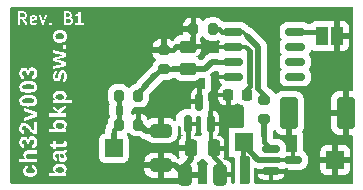
<source format=gbr>
%TF.GenerationSoftware,KiCad,Pcbnew,9.0.1*%
%TF.CreationDate,2025-06-02T23:11:01-07:00*%
%TF.ProjectId,vmon,766d6f6e-2e6b-4696-9361-645f70636258,rev?*%
%TF.SameCoordinates,PXe4e1c0PY121eac0*%
%TF.FileFunction,Copper,L1,Top*%
%TF.FilePolarity,Positive*%
%FSLAX46Y46*%
G04 Gerber Fmt 4.6, Leading zero omitted, Abs format (unit mm)*
G04 Created by KiCad (PCBNEW 9.0.1) date 2025-06-02 23:11:01*
%MOMM*%
%LPD*%
G01*
G04 APERTURE LIST*
G04 Aperture macros list*
%AMRoundRect*
0 Rectangle with rounded corners*
0 $1 Rounding radius*
0 $2 $3 $4 $5 $6 $7 $8 $9 X,Y pos of 4 corners*
0 Add a 4 corners polygon primitive as box body*
4,1,4,$2,$3,$4,$5,$6,$7,$8,$9,$2,$3,0*
0 Add four circle primitives for the rounded corners*
1,1,$1+$1,$2,$3*
1,1,$1+$1,$4,$5*
1,1,$1+$1,$6,$7*
1,1,$1+$1,$8,$9*
0 Add four rect primitives between the rounded corners*
20,1,$1+$1,$2,$3,$4,$5,0*
20,1,$1+$1,$4,$5,$6,$7,0*
20,1,$1+$1,$6,$7,$8,$9,0*
20,1,$1+$1,$8,$9,$2,$3,0*%
G04 Aperture macros list end*
%ADD10C,0.300000*%
%ADD11C,0.180000*%
%TA.AperFunction,SMDPad,CuDef*%
%ADD12RoundRect,0.200000X-0.200000X-0.275000X0.200000X-0.275000X0.200000X0.275000X-0.200000X0.275000X0*%
%TD*%
%TA.AperFunction,SMDPad,CuDef*%
%ADD13RoundRect,0.250000X0.325000X0.650000X-0.325000X0.650000X-0.325000X-0.650000X0.325000X-0.650000X0*%
%TD*%
%TA.AperFunction,SMDPad,CuDef*%
%ADD14RoundRect,0.200000X0.200000X0.275000X-0.200000X0.275000X-0.200000X-0.275000X0.200000X-0.275000X0*%
%TD*%
%TA.AperFunction,SMDPad,CuDef*%
%ADD15RoundRect,0.250000X-0.500000X-1.100000X0.500000X-1.100000X0.500000X1.100000X-0.500000X1.100000X0*%
%TD*%
%TA.AperFunction,SMDPad,CuDef*%
%ADD16RoundRect,0.150000X0.150000X-0.587500X0.150000X0.587500X-0.150000X0.587500X-0.150000X-0.587500X0*%
%TD*%
%TA.AperFunction,SMDPad,CuDef*%
%ADD17RoundRect,0.150000X-0.675000X-0.150000X0.675000X-0.150000X0.675000X0.150000X-0.675000X0.150000X0*%
%TD*%
%TA.AperFunction,SMDPad,CuDef*%
%ADD18RoundRect,0.200000X0.275000X-0.200000X0.275000X0.200000X-0.275000X0.200000X-0.275000X-0.200000X0*%
%TD*%
%TA.AperFunction,SMDPad,CuDef*%
%ADD19RoundRect,0.250000X0.475000X-0.250000X0.475000X0.250000X-0.475000X0.250000X-0.475000X-0.250000X0*%
%TD*%
%TA.AperFunction,SMDPad,CuDef*%
%ADD20R,1.000000X1.500000*%
%TD*%
%TA.AperFunction,SMDPad,CuDef*%
%ADD21RoundRect,0.225000X-0.225000X-0.250000X0.225000X-0.250000X0.225000X0.250000X-0.225000X0.250000X0*%
%TD*%
%TA.AperFunction,SMDPad,CuDef*%
%ADD22R,1.500000X1.500000*%
%TD*%
%TA.AperFunction,SMDPad,CuDef*%
%ADD23RoundRect,0.150000X-0.587500X-0.150000X0.587500X-0.150000X0.587500X0.150000X-0.587500X0.150000X0*%
%TD*%
%TA.AperFunction,SMDPad,CuDef*%
%ADD24RoundRect,0.250000X0.250000X0.475000X-0.250000X0.475000X-0.250000X-0.475000X0.250000X-0.475000X0*%
%TD*%
%TA.AperFunction,SMDPad,CuDef*%
%ADD25RoundRect,0.250000X-0.650000X0.325000X-0.650000X-0.325000X0.650000X-0.325000X0.650000X0.325000X0*%
%TD*%
%TA.AperFunction,SMDPad,CuDef*%
%ADD26RoundRect,0.200000X-0.275000X0.200000X-0.275000X-0.200000X0.275000X-0.200000X0.275000X0.200000X0*%
%TD*%
%TA.AperFunction,Conductor*%
%ADD27C,0.500000*%
%TD*%
%TA.AperFunction,Conductor*%
%ADD28C,0.400000*%
%TD*%
%TA.AperFunction,Conductor*%
%ADD29C,0.300000*%
%TD*%
%TA.AperFunction,Conductor*%
%ADD30C,0.200000*%
%TD*%
%TA.AperFunction,Conductor*%
%ADD31C,0.600000*%
%TD*%
G04 APERTURE END LIST*
D10*
G36*
X4825378Y-14113552D02*
G01*
X4923523Y-14137319D01*
X4991166Y-14171671D01*
X5035910Y-14214795D01*
X5062429Y-14267473D01*
X5071709Y-14332942D01*
X5065285Y-14388752D01*
X5046898Y-14435629D01*
X5016587Y-14475595D01*
X4972699Y-14509713D01*
X4903943Y-14541037D01*
X4813622Y-14561878D01*
X4696186Y-14569613D01*
X4573157Y-14561626D01*
X4480643Y-14540328D01*
X4412070Y-14508705D01*
X4368395Y-14474145D01*
X4338212Y-14433839D01*
X4319908Y-14386729D01*
X4313518Y-14330835D01*
X4319643Y-14275080D01*
X4336969Y-14229281D01*
X4365132Y-14191243D01*
X4405384Y-14159743D01*
X4469386Y-14131492D01*
X4560483Y-14111920D01*
X4686935Y-14104422D01*
X4825378Y-14113552D01*
G37*
G36*
X4859894Y-12987917D02*
G01*
X4927453Y-13011741D01*
X4986552Y-13049994D01*
X5030402Y-13099393D01*
X5058269Y-13158075D01*
X5067588Y-13222858D01*
X5057573Y-13278099D01*
X5028845Y-13319670D01*
X5000698Y-13338794D01*
X4962297Y-13351348D01*
X4910417Y-13356031D01*
X4852209Y-13350003D01*
X4811133Y-13334050D01*
X4778853Y-13307203D01*
X4755812Y-13269936D01*
X4742351Y-13220417D01*
X4733555Y-13127512D01*
X4731540Y-12979959D01*
X4788326Y-12979959D01*
X4859894Y-12987917D01*
G37*
G36*
X4825378Y-10382498D02*
G01*
X4923523Y-10406265D01*
X4991166Y-10440617D01*
X5035910Y-10483742D01*
X5062429Y-10536419D01*
X5071709Y-10601888D01*
X5065285Y-10657698D01*
X5046898Y-10704575D01*
X5016587Y-10744541D01*
X4972699Y-10778659D01*
X4903943Y-10809983D01*
X4813622Y-10830824D01*
X4696186Y-10838559D01*
X4573157Y-10830572D01*
X4480643Y-10809274D01*
X4412070Y-10777651D01*
X4368395Y-10743091D01*
X4338212Y-10702785D01*
X4319908Y-10655676D01*
X4313518Y-10599781D01*
X4319643Y-10544026D01*
X4336969Y-10498227D01*
X4365132Y-10460190D01*
X4405384Y-10428689D01*
X4469386Y-10400438D01*
X4560483Y-10380867D01*
X4686935Y-10373368D01*
X4825378Y-10382498D01*
G37*
G36*
X2186232Y-8265309D02*
G01*
X2308260Y-8279596D01*
X2381890Y-8297454D01*
X2434638Y-8319350D01*
X2471201Y-8344168D01*
X2498831Y-8377040D01*
X2515918Y-8418375D01*
X2522034Y-8470747D01*
X2516127Y-8523984D01*
X2499801Y-8565243D01*
X2473765Y-8597326D01*
X2438859Y-8621425D01*
X2387286Y-8642963D01*
X2313939Y-8660799D01*
X2191529Y-8675042D01*
X2003995Y-8680765D01*
X1814854Y-8675308D01*
X1693135Y-8661806D01*
X1620533Y-8644522D01*
X1569037Y-8622973D01*
X1533766Y-8598333D01*
X1507562Y-8565505D01*
X1490986Y-8522636D01*
X1484948Y-8466625D01*
X1490852Y-8414092D01*
X1507192Y-8373339D01*
X1533308Y-8341604D01*
X1568118Y-8317793D01*
X1619515Y-8296586D01*
X1692585Y-8279139D01*
X1814777Y-8265239D01*
X2003995Y-8259630D01*
X2186232Y-8265309D01*
G37*
G36*
X4825472Y-7933761D02*
G01*
X4923397Y-7957653D01*
X4990992Y-7992227D01*
X5035790Y-8035702D01*
X5062389Y-8088907D01*
X5071709Y-8155124D01*
X5065432Y-8208856D01*
X5047347Y-8254649D01*
X5017325Y-8294337D01*
X4973615Y-8328872D01*
X4905336Y-8360649D01*
X4814687Y-8381873D01*
X4695728Y-8389781D01*
X4576036Y-8381909D01*
X4484084Y-8360711D01*
X4414177Y-8328872D01*
X4369301Y-8294181D01*
X4338509Y-8254128D01*
X4319962Y-8207741D01*
X4313518Y-8153109D01*
X4322682Y-8087166D01*
X4348778Y-8034317D01*
X4392585Y-7991272D01*
X4458460Y-7957145D01*
X4553633Y-7933612D01*
X4687485Y-7924590D01*
X4825472Y-7933761D01*
G37*
G36*
X2186232Y-7098805D02*
G01*
X2308260Y-7113093D01*
X2381890Y-7130950D01*
X2434638Y-7152846D01*
X2471201Y-7177664D01*
X2498831Y-7210536D01*
X2515918Y-7251871D01*
X2522034Y-7304243D01*
X2516127Y-7357480D01*
X2499801Y-7398739D01*
X2473765Y-7430822D01*
X2438859Y-7454921D01*
X2387286Y-7476459D01*
X2313939Y-7494295D01*
X2191529Y-7508539D01*
X2003995Y-7514262D01*
X1814854Y-7508805D01*
X1693135Y-7495302D01*
X1620533Y-7478018D01*
X1569037Y-7456469D01*
X1533766Y-7431830D01*
X1507562Y-7399001D01*
X1490986Y-7356132D01*
X1484948Y-7300122D01*
X1490852Y-7247588D01*
X1507192Y-7206835D01*
X1533308Y-7175100D01*
X1568118Y-7151289D01*
X1619515Y-7130083D01*
X1692585Y-7112635D01*
X1814777Y-7098735D01*
X2003995Y-7093126D01*
X2186232Y-7098805D01*
G37*
G36*
X4823355Y-2761352D02*
G01*
X4919467Y-2787449D01*
X4987310Y-2825898D01*
X5033520Y-2875457D01*
X5061678Y-2937715D01*
X5071709Y-3016774D01*
X5065331Y-3074950D01*
X5047101Y-3123986D01*
X5017200Y-3165885D01*
X4974256Y-3201788D01*
X4906005Y-3235049D01*
X4813541Y-3257416D01*
X4690049Y-3265810D01*
X4557709Y-3255991D01*
X4462330Y-3230157D01*
X4395041Y-3192116D01*
X4349238Y-3143109D01*
X4321344Y-3081584D01*
X4311412Y-3003493D01*
X4321940Y-2926144D01*
X4351714Y-2864963D01*
X4401171Y-2816006D01*
X4464796Y-2783102D01*
X4557813Y-2760253D01*
X4690049Y-2751434D01*
X4823355Y-2761352D01*
G37*
G36*
X5845442Y-15084692D02*
G01*
X1040119Y-15084692D01*
X1040119Y-14387255D01*
X1593667Y-14387255D01*
X1604299Y-14512838D01*
X1634242Y-14617689D01*
X1681897Y-14705710D01*
X1747540Y-14779723D01*
X1827756Y-14837760D01*
X1923871Y-14880806D01*
X2039029Y-14908228D01*
X2177193Y-14918025D01*
X2312186Y-14908325D01*
X2424825Y-14881148D01*
X2518975Y-14838430D01*
X2597688Y-14780730D01*
X2661917Y-14707428D01*
X2708624Y-14620154D01*
X2724058Y-14565491D01*
X3726786Y-14565491D01*
X3726786Y-14853454D01*
X4992300Y-14853454D01*
X5245000Y-14861697D01*
X5245000Y-14581886D01*
X5166414Y-14572178D01*
X5069603Y-14567506D01*
X5069603Y-14565491D01*
X5129573Y-14529787D01*
X5178374Y-14485916D01*
X5217247Y-14433326D01*
X5245134Y-14373976D01*
X5262415Y-14306569D01*
X5268447Y-14229444D01*
X5258291Y-14130052D01*
X5229380Y-14046396D01*
X5182371Y-13975183D01*
X5115673Y-13914371D01*
X5037771Y-13869012D01*
X4942695Y-13834555D01*
X4827074Y-13812235D01*
X4686935Y-13804187D01*
X4547491Y-13811922D01*
X4433033Y-13833309D01*
X4339498Y-13866186D01*
X4263418Y-13909241D01*
X4197887Y-13967476D01*
X4151844Y-14035668D01*
X4123585Y-14115756D01*
X4113667Y-14210942D01*
X4123037Y-14311771D01*
X4129089Y-14330835D01*
X4149341Y-14394633D01*
X4191291Y-14463156D01*
X4249582Y-14519782D01*
X4326799Y-14565491D01*
X4326799Y-14569613D01*
X4147830Y-14565491D01*
X3726786Y-14565491D01*
X2724058Y-14565491D01*
X2738006Y-14516092D01*
X2748447Y-14391377D01*
X2742772Y-14302926D01*
X2726325Y-14222722D01*
X2699629Y-14149576D01*
X2661993Y-14081685D01*
X2615959Y-14024162D01*
X2561143Y-13975920D01*
X2498908Y-13937582D01*
X2431317Y-13910471D01*
X2357353Y-13894404D01*
X2343981Y-14183374D01*
X2410548Y-14197998D01*
X2461304Y-14221191D01*
X2499502Y-14252067D01*
X2528333Y-14291590D01*
X2545697Y-14336793D01*
X2551709Y-14389362D01*
X2542466Y-14454031D01*
X2516016Y-14506152D01*
X2471290Y-14548912D01*
X2403527Y-14583041D01*
X2305034Y-14606685D01*
X2165928Y-14615775D01*
X2031171Y-14606890D01*
X1935641Y-14583759D01*
X1869803Y-14550328D01*
X1826253Y-14508361D01*
X1800444Y-14457099D01*
X1791412Y-14393392D01*
X1797688Y-14335390D01*
X1815099Y-14289874D01*
X1842886Y-14253990D01*
X1879729Y-14226062D01*
X1925017Y-14205446D01*
X1980547Y-14192533D01*
X1966076Y-13902555D01*
X1881646Y-13925638D01*
X1809014Y-13960120D01*
X1746444Y-14005846D01*
X1692768Y-14063481D01*
X1650504Y-14129615D01*
X1619656Y-14204537D01*
X1600405Y-14289784D01*
X1593667Y-14387255D01*
X1040119Y-14387255D01*
X1040119Y-13398988D01*
X1206786Y-13398988D01*
X1206786Y-13686950D01*
X2725000Y-13686950D01*
X2725000Y-13398988D01*
X2130390Y-13398988D01*
X2038478Y-13391216D01*
X1962631Y-13369444D01*
X1899764Y-13334965D01*
X1849118Y-13286837D01*
X1819877Y-13231551D01*
X1809913Y-13166438D01*
X1814693Y-13129527D01*
X4113667Y-13129527D01*
X4119692Y-13234986D01*
X4136502Y-13323171D01*
X4162620Y-13396768D01*
X4197198Y-13458064D01*
X4243237Y-13511860D01*
X4298497Y-13554143D01*
X4364273Y-13585633D01*
X4442570Y-13606075D01*
X4456950Y-13305840D01*
X4380965Y-13288027D01*
X4336508Y-13259220D01*
X4317457Y-13231957D01*
X4304873Y-13194014D01*
X4300146Y-13141892D01*
X4306770Y-13087138D01*
X4324772Y-13047049D01*
X4353360Y-13017877D01*
X4390873Y-12998321D01*
X4443482Y-12985013D01*
X4515843Y-12979959D01*
X4572629Y-12979959D01*
X4576751Y-13218736D01*
X4584350Y-13326858D01*
X4603348Y-13414936D01*
X4631991Y-13486391D01*
X4669350Y-13544068D01*
X4718506Y-13592179D01*
X4777349Y-13626846D01*
X4847845Y-13648555D01*
X4932857Y-13656267D01*
X5012138Y-13649982D01*
X5078342Y-13632318D01*
X5133843Y-13604350D01*
X5180428Y-13566141D01*
X5217675Y-13518655D01*
X5245015Y-13462238D01*
X5262299Y-13395122D01*
X5268447Y-13314999D01*
X5259384Y-13220704D01*
X5233368Y-13139204D01*
X5190892Y-13067923D01*
X5130757Y-13005147D01*
X5050185Y-12950191D01*
X5050185Y-12944055D01*
X5117220Y-12931578D01*
X5168383Y-12910557D01*
X5206989Y-12882048D01*
X5235084Y-12844088D01*
X5253388Y-12792137D01*
X5260204Y-12721672D01*
X5258097Y-12667999D01*
X5252968Y-12624402D01*
X5244816Y-12583461D01*
X5233551Y-12537299D01*
X5077846Y-12537299D01*
X5083982Y-12600863D01*
X5074663Y-12643839D01*
X5048445Y-12671022D01*
X5005222Y-12685550D01*
X4919210Y-12691996D01*
X4513370Y-12691996D01*
X4418501Y-12699889D01*
X4339439Y-12722086D01*
X4273230Y-12757336D01*
X4217714Y-12805752D01*
X4174219Y-12865115D01*
X4141830Y-12937052D01*
X4121102Y-13024118D01*
X4113667Y-13129527D01*
X1814693Y-13129527D01*
X1817489Y-13107932D01*
X1838822Y-13061681D01*
X1874004Y-13024677D01*
X1925934Y-12995828D01*
X1999826Y-12976176D01*
X2102638Y-12968693D01*
X2725000Y-12968693D01*
X2725000Y-12681738D01*
X2020756Y-12681738D01*
X1914788Y-12688635D01*
X1828644Y-12707687D01*
X1758825Y-12737085D01*
X1702477Y-12775985D01*
X1656023Y-12826632D01*
X1622347Y-12887138D01*
X1601188Y-12959507D01*
X1593667Y-13046545D01*
X1600407Y-13126108D01*
X1619744Y-13195497D01*
X1651094Y-13256564D01*
X1694622Y-13309606D01*
X1754977Y-13358475D01*
X1835559Y-13403109D01*
X1835559Y-13407231D01*
X1618854Y-13398988D01*
X1206786Y-13398988D01*
X1040119Y-13398988D01*
X1040119Y-11978410D01*
X1259542Y-11978410D01*
X1266807Y-12084909D01*
X1287401Y-12176472D01*
X1320120Y-12255464D01*
X1364597Y-12323800D01*
X1421527Y-12382499D01*
X1487885Y-12427531D01*
X1565103Y-12459644D01*
X1655307Y-12478497D01*
X1675732Y-12190535D01*
X1618692Y-12179224D01*
X1573517Y-12158087D01*
X1537796Y-12127520D01*
X1511344Y-12088389D01*
X1494906Y-12041124D01*
X1489070Y-11983539D01*
X1495378Y-11921982D01*
X1512662Y-11874762D01*
X1539811Y-11838551D01*
X1576428Y-11811668D01*
X1622122Y-11794851D01*
X1679487Y-11788817D01*
X1739290Y-11796263D01*
X1786599Y-11817177D01*
X1824385Y-11851373D01*
X1850880Y-11895924D01*
X1868459Y-11956479D01*
X1875034Y-12037853D01*
X1875034Y-12132100D01*
X2107676Y-12132100D01*
X2107676Y-12031716D01*
X2114394Y-11941152D01*
X2132277Y-11873929D01*
X2158967Y-11824720D01*
X2197696Y-11786330D01*
X2245896Y-11763196D01*
X2306612Y-11755020D01*
X2374615Y-11762226D01*
X2425532Y-11781809D01*
X2463507Y-11812447D01*
X2490931Y-11853561D01*
X2508435Y-11906099D01*
X2514798Y-11973281D01*
X2505740Y-12053001D01*
X2480968Y-12112962D01*
X2441714Y-12158009D01*
X2385954Y-12190541D01*
X2308810Y-12210044D01*
X2334272Y-12503044D01*
X2432335Y-12483130D01*
X2514664Y-12449468D01*
X2583893Y-12402689D01*
X2641835Y-12342210D01*
X2686497Y-12271515D01*
X2719748Y-12187966D01*
X2738528Y-12100318D01*
X3879193Y-12100318D01*
X3879193Y-12280661D01*
X4137114Y-12370878D01*
X4137114Y-12525575D01*
X4331837Y-12525575D01*
X4331837Y-12385258D01*
X4984423Y-12385258D01*
X5075296Y-12376530D01*
X5143167Y-12352969D01*
X5193525Y-12316656D01*
X5230639Y-12266741D01*
X5254088Y-12202867D01*
X5262585Y-12120926D01*
X5253447Y-11989051D01*
X5227780Y-11878026D01*
X5049453Y-11878026D01*
X5063832Y-11974289D01*
X5059086Y-12015572D01*
X5046113Y-12046504D01*
X5025547Y-12069635D01*
X4980472Y-12091596D01*
X4906387Y-12100318D01*
X4331837Y-12100318D01*
X4331837Y-11890300D01*
X4137114Y-11890300D01*
X4137114Y-12100318D01*
X3879193Y-12100318D01*
X2738528Y-12100318D01*
X2740914Y-12089182D01*
X2748447Y-11972274D01*
X2740427Y-11848075D01*
X2718159Y-11745883D01*
X2683615Y-11661943D01*
X2637713Y-11593178D01*
X2577837Y-11535817D01*
X2507195Y-11494639D01*
X2423631Y-11468982D01*
X2324014Y-11459913D01*
X2234803Y-11470320D01*
X2159506Y-11500185D01*
X2094945Y-11549581D01*
X2044841Y-11614544D01*
X2008027Y-11698226D01*
X1985768Y-11805211D01*
X1981646Y-11805211D01*
X1954500Y-11709283D01*
X1915678Y-11634237D01*
X1865967Y-11576234D01*
X1803813Y-11532767D01*
X1730721Y-11506158D01*
X1643675Y-11496824D01*
X1555804Y-11505325D01*
X1481098Y-11529568D01*
X1416905Y-11568915D01*
X1361483Y-11624411D01*
X1319051Y-11690124D01*
X1287247Y-11769203D01*
X1266851Y-11864248D01*
X1259542Y-11978410D01*
X1040119Y-11978410D01*
X1040119Y-10807785D01*
X1259542Y-10807785D01*
X1266966Y-10916171D01*
X1287826Y-11007476D01*
X1320664Y-11084527D01*
X1364964Y-11149603D01*
X1421592Y-11204444D01*
X1490049Y-11247788D01*
X1572309Y-11279798D01*
X1671061Y-11299629D01*
X1687456Y-11009651D01*
X1623129Y-10995074D01*
X1574637Y-10973751D01*
X1538712Y-10946637D01*
X1512102Y-10911190D01*
X1495216Y-10865280D01*
X1489070Y-10805770D01*
X1497539Y-10733928D01*
X1520216Y-10682983D01*
X1555708Y-10647360D01*
X1606354Y-10624648D01*
X1677656Y-10616176D01*
X1727045Y-10622395D01*
X1778856Y-10641941D01*
X1834460Y-10677176D01*
X1916656Y-10751949D01*
X2037334Y-10889759D01*
X2167083Y-11038564D01*
X2283347Y-11151618D01*
X2404851Y-11245164D01*
X2525148Y-11311994D01*
X2725000Y-11311994D01*
X2725000Y-10834438D01*
X3726786Y-10834438D01*
X3726786Y-11122400D01*
X4992300Y-11122400D01*
X5245000Y-11130643D01*
X5245000Y-10850833D01*
X5166414Y-10841124D01*
X5069603Y-10836453D01*
X5069603Y-10834438D01*
X5129573Y-10798733D01*
X5178374Y-10754862D01*
X5217247Y-10702272D01*
X5245134Y-10642922D01*
X5262415Y-10575515D01*
X5268447Y-10498390D01*
X5258291Y-10398998D01*
X5229380Y-10315343D01*
X5182371Y-10244129D01*
X5115673Y-10183317D01*
X5037771Y-10137958D01*
X4942695Y-10103502D01*
X4827074Y-10081182D01*
X4686935Y-10073133D01*
X4547491Y-10080868D01*
X4433033Y-10102255D01*
X4339498Y-10135133D01*
X4263418Y-10178188D01*
X4197887Y-10236423D01*
X4151844Y-10304615D01*
X4123585Y-10384703D01*
X4113667Y-10479889D01*
X4123037Y-10580718D01*
X4129088Y-10599781D01*
X4149341Y-10663579D01*
X4191291Y-10732102D01*
X4249582Y-10788729D01*
X4326799Y-10834438D01*
X4326799Y-10838559D01*
X4147830Y-10834438D01*
X3726786Y-10834438D01*
X2725000Y-10834438D01*
X2725000Y-10301653D01*
X2488328Y-10301653D01*
X2488328Y-10971733D01*
X2424824Y-10936238D01*
X2363306Y-10884172D01*
X2247535Y-10753471D01*
X2129658Y-10605460D01*
X2066685Y-10532182D01*
X2000056Y-10466608D01*
X1927427Y-10409638D01*
X1848839Y-10364209D01*
X1763193Y-10334455D01*
X1665382Y-10324184D01*
X1570716Y-10332690D01*
X1491075Y-10356772D01*
X1423562Y-10395421D01*
X1366154Y-10449206D01*
X1321962Y-10513909D01*
X1288714Y-10593139D01*
X1267272Y-10689878D01*
X1259542Y-10807785D01*
X1040119Y-10807785D01*
X1040119Y-9361562D01*
X1617114Y-9361562D01*
X2344988Y-9597226D01*
X2492358Y-9639266D01*
X2236453Y-9711989D01*
X1617114Y-9905704D01*
X1617114Y-10209970D01*
X2725000Y-9813472D01*
X2725000Y-9552163D01*
X3726786Y-9552163D01*
X3726786Y-9840125D01*
X5245000Y-9840125D01*
X5245000Y-9552163D01*
X4829268Y-9552163D01*
X4743264Y-9428240D01*
X5245000Y-9132126D01*
X5245000Y-8817511D01*
X4569241Y-9236632D01*
X4137114Y-8847186D01*
X4137114Y-9156673D01*
X4595802Y-9552163D01*
X3726786Y-9552163D01*
X2725000Y-9552163D01*
X2725000Y-9469181D01*
X1617114Y-9060319D01*
X1617114Y-9361562D01*
X1040119Y-9361562D01*
X1040119Y-8464610D01*
X1259542Y-8464610D01*
X1259708Y-8466625D01*
X1269158Y-8581165D01*
X1295824Y-8675313D01*
X1337578Y-8751474D01*
X1396335Y-8815415D01*
X1475669Y-8869846D01*
X1579928Y-8914414D01*
X1690884Y-8942851D01*
X1830424Y-8961782D01*
X2003995Y-8968728D01*
X2187981Y-8960043D01*
X2336140Y-8936276D01*
X2454299Y-8900310D01*
X2547567Y-8854199D01*
X2620199Y-8799029D01*
X2675393Y-8734824D01*
X2715081Y-8660531D01*
X2739761Y-8574119D01*
X2748447Y-8472762D01*
X2740245Y-8373603D01*
X2716899Y-8288564D01*
X2679386Y-8215106D01*
X2627422Y-8151351D01*
X2559494Y-8096231D01*
X2464239Y-8045557D01*
X2419998Y-8031110D01*
X4113667Y-8031110D01*
X4122752Y-8132571D01*
X4129036Y-8153109D01*
X4148184Y-8215697D01*
X4188544Y-8284133D01*
X4244260Y-8340408D01*
X4317548Y-8385659D01*
X4317548Y-8389781D01*
X4209929Y-8393353D01*
X4137114Y-8402054D01*
X4137114Y-8681864D01*
X4391829Y-8673621D01*
X5678775Y-8673621D01*
X5678775Y-8385659D01*
X5256815Y-8385659D01*
X5071709Y-8391887D01*
X5071709Y-8385659D01*
X5130908Y-8349971D01*
X5179179Y-8305964D01*
X5217705Y-8253035D01*
X5245384Y-8193375D01*
X5262492Y-8126088D01*
X5268447Y-8049611D01*
X5258419Y-7951263D01*
X5229814Y-7868044D01*
X5183218Y-7796794D01*
X5117047Y-7735546D01*
X5039822Y-7689865D01*
X4944952Y-7655094D01*
X4828901Y-7632515D01*
X4687485Y-7624354D01*
X4547355Y-7632213D01*
X4432578Y-7653926D01*
X4338992Y-7687285D01*
X4263052Y-7730966D01*
X4197480Y-7789917D01*
X4151554Y-7858179D01*
X4123482Y-7937572D01*
X4113667Y-8031110D01*
X2419998Y-8031110D01*
X2343643Y-8006176D01*
X2192307Y-7980172D01*
X2003995Y-7970660D01*
X1811523Y-7979812D01*
X1658670Y-8004679D01*
X1538606Y-8042011D01*
X1445381Y-8089545D01*
X1379144Y-8141938D01*
X1328161Y-8203969D01*
X1291067Y-8276877D01*
X1267784Y-8362803D01*
X1259542Y-8464610D01*
X1040119Y-8464610D01*
X1040119Y-7298107D01*
X1259542Y-7298107D01*
X1259708Y-7300122D01*
X1269158Y-7414661D01*
X1295824Y-7508809D01*
X1337578Y-7584970D01*
X1396335Y-7648911D01*
X1475669Y-7703343D01*
X1579928Y-7747910D01*
X1690884Y-7776348D01*
X1830424Y-7795278D01*
X2003995Y-7802224D01*
X2187981Y-7793539D01*
X2336140Y-7769772D01*
X2454299Y-7733806D01*
X2547567Y-7687695D01*
X2620199Y-7632525D01*
X2675393Y-7568320D01*
X2715081Y-7494027D01*
X2739761Y-7407615D01*
X2748447Y-7306258D01*
X2740245Y-7207099D01*
X2716899Y-7122060D01*
X2679386Y-7048602D01*
X2627422Y-6984848D01*
X2559494Y-6929727D01*
X2464239Y-6879053D01*
X2343643Y-6839672D01*
X2192307Y-6813668D01*
X2003995Y-6804156D01*
X1811523Y-6813308D01*
X1658670Y-6838175D01*
X1538606Y-6875507D01*
X1445381Y-6923041D01*
X1379144Y-6975434D01*
X1328161Y-7037465D01*
X1291067Y-7110373D01*
X1267784Y-7196299D01*
X1259542Y-7298107D01*
X1040119Y-7298107D01*
X1040119Y-6145891D01*
X1259542Y-6145891D01*
X1266807Y-6252390D01*
X1287401Y-6343953D01*
X1320120Y-6422944D01*
X1364597Y-6491281D01*
X1421527Y-6549979D01*
X1487885Y-6595011D01*
X1565103Y-6627125D01*
X1655307Y-6645978D01*
X1675732Y-6358016D01*
X1618692Y-6346705D01*
X1573517Y-6325568D01*
X1537796Y-6295001D01*
X1511344Y-6255870D01*
X1494906Y-6208605D01*
X1489070Y-6151020D01*
X1495378Y-6089463D01*
X1512662Y-6042243D01*
X1539811Y-6006031D01*
X1576428Y-5979149D01*
X1622122Y-5962332D01*
X1679487Y-5956297D01*
X1739290Y-5963744D01*
X1786599Y-5984658D01*
X1824385Y-6018854D01*
X1850880Y-6063405D01*
X1868459Y-6123960D01*
X1875034Y-6205334D01*
X1875034Y-6299581D01*
X2107676Y-6299581D01*
X2107676Y-6199197D01*
X2114394Y-6108633D01*
X2132277Y-6041410D01*
X2158967Y-5992201D01*
X2197696Y-5953811D01*
X2245896Y-5930676D01*
X2306612Y-5922500D01*
X2374615Y-5929707D01*
X2425532Y-5949290D01*
X2463507Y-5979928D01*
X2490931Y-6021041D01*
X2508435Y-6073580D01*
X2514798Y-6140762D01*
X2505740Y-6220482D01*
X2480968Y-6280443D01*
X2441714Y-6325490D01*
X2385954Y-6358021D01*
X2308810Y-6377525D01*
X2334272Y-6670525D01*
X2432335Y-6650611D01*
X2514664Y-6616948D01*
X2583893Y-6570170D01*
X2641835Y-6509691D01*
X2686497Y-6438995D01*
X2714971Y-6367450D01*
X4113667Y-6367450D01*
X4120196Y-6481570D01*
X4138261Y-6575270D01*
X4166077Y-6651901D01*
X4202602Y-6714305D01*
X4251685Y-6768060D01*
X4308300Y-6805719D01*
X4373928Y-6828727D01*
X4450997Y-6836762D01*
X4514085Y-6831460D01*
X4567827Y-6816404D01*
X4613937Y-6792249D01*
X4672940Y-6738918D01*
X4721923Y-6662648D01*
X4759917Y-6556947D01*
X4811957Y-6333744D01*
X4838390Y-6235891D01*
X4864897Y-6182619D01*
X4888556Y-6157598D01*
X4916346Y-6143024D01*
X4949710Y-6138014D01*
X4990570Y-6144391D01*
X5022195Y-6162518D01*
X5046888Y-6193335D01*
X5068716Y-6257585D01*
X5077846Y-6369556D01*
X5073183Y-6457647D01*
X5061453Y-6516286D01*
X5045331Y-6553471D01*
X5019825Y-6583991D01*
X4983693Y-6608807D01*
X4934323Y-6627752D01*
X4972150Y-6880818D01*
X5045257Y-6854835D01*
X5105903Y-6819372D01*
X5155926Y-6774493D01*
X5196456Y-6719434D01*
X5233771Y-6635096D01*
X5258981Y-6521154D01*
X5268447Y-6369556D01*
X5261754Y-6251440D01*
X5243149Y-6153401D01*
X5214359Y-6072257D01*
X5176398Y-6005299D01*
X5125272Y-5946986D01*
X5067089Y-5906556D01*
X5000457Y-5882084D01*
X4922965Y-5873591D01*
X4832982Y-5883386D01*
X4766161Y-5909952D01*
X4710625Y-5952371D01*
X4665961Y-6007314D01*
X4631209Y-6074360D01*
X4598550Y-6169247D01*
X4543504Y-6400239D01*
X4520474Y-6485917D01*
X4496792Y-6533046D01*
X4463461Y-6562592D01*
X4420130Y-6572431D01*
X4381842Y-6566445D01*
X4353154Y-6549627D01*
X4331653Y-6521231D01*
X4312917Y-6462965D01*
X4305275Y-6367541D01*
X4309879Y-6298154D01*
X4321853Y-6248910D01*
X4339164Y-6214859D01*
X4364919Y-6187311D01*
X4398551Y-6167159D01*
X4441929Y-6154409D01*
X4415093Y-5899236D01*
X4344952Y-5920231D01*
X4285206Y-5952026D01*
X4234252Y-5994724D01*
X4191153Y-6049354D01*
X4149939Y-6133089D01*
X4123322Y-6237489D01*
X4113667Y-6367450D01*
X2714971Y-6367450D01*
X2719748Y-6355447D01*
X2740914Y-6256663D01*
X2748447Y-6139754D01*
X2740427Y-6015556D01*
X2718159Y-5913364D01*
X2683615Y-5829424D01*
X2637713Y-5760659D01*
X2577837Y-5703297D01*
X2507195Y-5662120D01*
X2423631Y-5636463D01*
X2324014Y-5627394D01*
X2234803Y-5637801D01*
X2159506Y-5667666D01*
X2094945Y-5717062D01*
X2044841Y-5782025D01*
X2008027Y-5865706D01*
X1985768Y-5972692D01*
X1981646Y-5972692D01*
X1954500Y-5876764D01*
X1915678Y-5801718D01*
X1865967Y-5743715D01*
X1803813Y-5700248D01*
X1730721Y-5673639D01*
X1643675Y-5664305D01*
X1555804Y-5672806D01*
X1481098Y-5697049D01*
X1416905Y-5736395D01*
X1361483Y-5791892D01*
X1319051Y-5857604D01*
X1287247Y-5936684D01*
X1266851Y-6031729D01*
X1259542Y-6145891D01*
X1040119Y-6145891D01*
X1040119Y-4418117D01*
X4137114Y-4418117D01*
X4848593Y-4578035D01*
X4983690Y-4606703D01*
X4788143Y-4648743D01*
X4137114Y-4818828D01*
X4137114Y-5127215D01*
X4788143Y-5301421D01*
X4907944Y-5326975D01*
X4983690Y-5341355D01*
X4137114Y-5523804D01*
X4137114Y-5794273D01*
X5245000Y-5507410D01*
X5245000Y-5203053D01*
X4571439Y-5024816D01*
X4342095Y-4971510D01*
X4569332Y-4923333D01*
X5245000Y-4747021D01*
X5245000Y-4442755D01*
X4137114Y-4151770D01*
X4137114Y-4418117D01*
X1040119Y-4418117D01*
X1040119Y-4090862D01*
X4934323Y-4090862D01*
X5245000Y-4090862D01*
X5245000Y-3794748D01*
X4934323Y-3794748D01*
X4934323Y-4090862D01*
X1040119Y-4090862D01*
X1040119Y-3007523D01*
X4113667Y-3007523D01*
X4124334Y-3139126D01*
X4154377Y-3249393D01*
X4202097Y-3342219D01*
X4267540Y-3420507D01*
X4348416Y-3483085D01*
X4443766Y-3528916D01*
X4556417Y-3557811D01*
X4690049Y-3568060D01*
X4824219Y-3557804D01*
X4937300Y-3528898D01*
X5032985Y-3483062D01*
X5114116Y-3420507D01*
X5180042Y-3342146D01*
X5227878Y-3250169D01*
X5257848Y-3141889D01*
X5268447Y-3013660D01*
X5257827Y-2882696D01*
X5227852Y-2772397D01*
X5180132Y-2679016D01*
X5114574Y-2599760D01*
X5033580Y-2536288D01*
X4937899Y-2489812D01*
X4824646Y-2460503D01*
X4690049Y-2450100D01*
X4550335Y-2460302D01*
X4435275Y-2488730D01*
X4340452Y-2533197D01*
X4262411Y-2593073D01*
X4199778Y-2668767D01*
X4153598Y-2760655D01*
X4124200Y-2872098D01*
X4113980Y-3003493D01*
X4113667Y-3007523D01*
X1040119Y-3007523D01*
X1040119Y-2283433D01*
X5845442Y-2283433D01*
X5845442Y-15084692D01*
G37*
D11*
G36*
X2570386Y-1416292D02*
G01*
X2595087Y-1465695D01*
X2595087Y-1465904D01*
X2298897Y-1525142D01*
X2298897Y-1465694D01*
X2323597Y-1416292D01*
X2373001Y-1391592D01*
X2520985Y-1391592D01*
X2570386Y-1416292D01*
G37*
G36*
X5541231Y-1570730D02*
G01*
X5563501Y-1593000D01*
X5595087Y-1656171D01*
X5595087Y-1756535D01*
X5563501Y-1819707D01*
X5536536Y-1846673D01*
X5473366Y-1878259D01*
X5203659Y-1878259D01*
X5203659Y-1534449D01*
X5432389Y-1534449D01*
X5541231Y-1570730D01*
G37*
G36*
X5488916Y-1089844D02*
G01*
X5515882Y-1116810D01*
X5547468Y-1179981D01*
X5547468Y-1232726D01*
X5515882Y-1295897D01*
X5488916Y-1322863D01*
X5425747Y-1354449D01*
X5203659Y-1354449D01*
X5203659Y-1058259D01*
X5425747Y-1058259D01*
X5488916Y-1089844D01*
G37*
G36*
X1679392Y-1089844D02*
G01*
X1706358Y-1116810D01*
X1737944Y-1179981D01*
X1737944Y-1280345D01*
X1706358Y-1343516D01*
X1679392Y-1370482D01*
X1616223Y-1402068D01*
X1346516Y-1402068D01*
X1346516Y-1058259D01*
X1616223Y-1058259D01*
X1679392Y-1089844D01*
G37*
G36*
X6836850Y-2169370D02*
G01*
X1055405Y-2169370D01*
X1055405Y-968259D01*
X1166516Y-968259D01*
X1166516Y-1968259D01*
X1168245Y-1985817D01*
X1181684Y-2018260D01*
X1206515Y-2043091D01*
X1238958Y-2056530D01*
X1274074Y-2056530D01*
X1306517Y-2043091D01*
X1331348Y-2018260D01*
X1344787Y-1985817D01*
X1346516Y-1968259D01*
X1346516Y-1582068D01*
X1447752Y-1582068D01*
X1754213Y-2019871D01*
X1765698Y-2033263D01*
X1795313Y-2052135D01*
X1829895Y-2058238D01*
X1864180Y-2050642D01*
X1892948Y-2030505D01*
X1911820Y-2000890D01*
X1917923Y-1966308D01*
X1910327Y-1932023D01*
X1901675Y-1916648D01*
X1664389Y-1577666D01*
X1677717Y-1572566D01*
X1772955Y-1524948D01*
X1780513Y-1520189D01*
X1782708Y-1519281D01*
X1785179Y-1517252D01*
X1787886Y-1515549D01*
X1789442Y-1513754D01*
X1796346Y-1508089D01*
X1843964Y-1460470D01*
X1849628Y-1453567D01*
X1851425Y-1452010D01*
X1853128Y-1449303D01*
X1855157Y-1446832D01*
X1856066Y-1444635D01*
X1856183Y-1444449D01*
X2118897Y-1444449D01*
X2118897Y-1825401D01*
X2120626Y-1842959D01*
X2121863Y-1845947D01*
X2122093Y-1849172D01*
X2128398Y-1865650D01*
X2176017Y-1960889D01*
X2177866Y-1963827D01*
X2178328Y-1965211D01*
X2179822Y-1966933D01*
X2185416Y-1975820D01*
X2193941Y-1983214D01*
X2201336Y-1991740D01*
X2210219Y-1997331D01*
X2211945Y-1998828D01*
X2213331Y-1999290D01*
X2216267Y-2001138D01*
X2311504Y-2048757D01*
X2327982Y-2055063D01*
X2331207Y-2055292D01*
X2334196Y-2056530D01*
X2351754Y-2058259D01*
X2542230Y-2058259D01*
X2559788Y-2056530D01*
X2562776Y-2055292D01*
X2566002Y-2055063D01*
X2582479Y-2048757D01*
X2677717Y-2001139D01*
X2692648Y-1991740D01*
X2715656Y-1965211D01*
X2726761Y-1931897D01*
X2724272Y-1896869D01*
X2708568Y-1865460D01*
X2682038Y-1842452D01*
X2648724Y-1831347D01*
X2613696Y-1833836D01*
X2597218Y-1840142D01*
X2520985Y-1878259D01*
X2373001Y-1878259D01*
X2323598Y-1853558D01*
X2298897Y-1804154D01*
X2298897Y-1708707D01*
X2702642Y-1627958D01*
X2702645Y-1627958D01*
X2702647Y-1627956D01*
X2702737Y-1627939D01*
X2719615Y-1622801D01*
X2726943Y-1617892D01*
X2735088Y-1614519D01*
X2741388Y-1608218D01*
X2748792Y-1603260D01*
X2753681Y-1595925D01*
X2759919Y-1589688D01*
X2763330Y-1581451D01*
X2768271Y-1574041D01*
X2769981Y-1565396D01*
X2773358Y-1557245D01*
X2775087Y-1539687D01*
X2775087Y-1444449D01*
X2773358Y-1426891D01*
X2772120Y-1423902D01*
X2771891Y-1420677D01*
X2765585Y-1404199D01*
X2720858Y-1314746D01*
X2929387Y-1314746D01*
X2933664Y-1331862D01*
X3171759Y-1998529D01*
X3179293Y-2014483D01*
X3182325Y-2017832D01*
X3184259Y-2021914D01*
X3194025Y-2030755D01*
X3202861Y-2040515D01*
X3206939Y-2042446D01*
X3210292Y-2045482D01*
X3222708Y-2049916D01*
X3234597Y-2055548D01*
X3239103Y-2055772D01*
X3243362Y-2057293D01*
X3256519Y-2056638D01*
X3269670Y-2057293D01*
X3273925Y-2055773D01*
X3278435Y-2055549D01*
X3290331Y-2049913D01*
X3302740Y-2045482D01*
X3306090Y-2042449D01*
X3310171Y-2040516D01*
X3319009Y-2030752D01*
X3328773Y-2021914D01*
X3330705Y-2017833D01*
X3333739Y-2014483D01*
X3341273Y-1998529D01*
X3375361Y-1903083D01*
X3739675Y-1903083D01*
X3739675Y-1938199D01*
X3751318Y-1966308D01*
X3753113Y-1970642D01*
X3764305Y-1984280D01*
X3811924Y-2031898D01*
X3825562Y-2043091D01*
X3831335Y-2045482D01*
X3858006Y-2056530D01*
X3893122Y-2056530D01*
X3919793Y-2045482D01*
X3925566Y-2043091D01*
X3939204Y-2031899D01*
X3986822Y-1984280D01*
X3998015Y-1970642D01*
X3999810Y-1966308D01*
X4011453Y-1938199D01*
X4011453Y-1903083D01*
X4008879Y-1896869D01*
X4007454Y-1893427D01*
X3998016Y-1870639D01*
X3986823Y-1857001D01*
X3939204Y-1809381D01*
X3925566Y-1798188D01*
X3925565Y-1798187D01*
X3912125Y-1792621D01*
X3912127Y-1792621D01*
X3893122Y-1784749D01*
X3858006Y-1784749D01*
X3844566Y-1790315D01*
X3825561Y-1798188D01*
X3811924Y-1809381D01*
X3764305Y-1857001D01*
X3753112Y-1870639D01*
X3749956Y-1878259D01*
X3742249Y-1896869D01*
X3739675Y-1903083D01*
X3375361Y-1903083D01*
X3579368Y-1331862D01*
X3583645Y-1314746D01*
X3581900Y-1279673D01*
X3566868Y-1247937D01*
X3540835Y-1224369D01*
X3507765Y-1212558D01*
X3472692Y-1214303D01*
X3440956Y-1229336D01*
X3417388Y-1255368D01*
X3409854Y-1271322D01*
X3256516Y-1700669D01*
X3103178Y-1271322D01*
X3095644Y-1255368D01*
X3072076Y-1229335D01*
X3040340Y-1214302D01*
X3005267Y-1212558D01*
X2972197Y-1224369D01*
X2946164Y-1247937D01*
X2931131Y-1279673D01*
X2929387Y-1314746D01*
X2720858Y-1314746D01*
X2717966Y-1308962D01*
X2716118Y-1306026D01*
X2715656Y-1304640D01*
X2714159Y-1302914D01*
X2708568Y-1294031D01*
X2700042Y-1286636D01*
X2692648Y-1278111D01*
X2683761Y-1272517D01*
X2682039Y-1271023D01*
X2680655Y-1270561D01*
X2677717Y-1268712D01*
X2582479Y-1221094D01*
X2566002Y-1214788D01*
X2562776Y-1214558D01*
X2559788Y-1213321D01*
X2542230Y-1211592D01*
X2351754Y-1211592D01*
X2334196Y-1213321D01*
X2331207Y-1214558D01*
X2327982Y-1214788D01*
X2311504Y-1221094D01*
X2216267Y-1268713D01*
X2213331Y-1270560D01*
X2211945Y-1271023D01*
X2210219Y-1272519D01*
X2201336Y-1278111D01*
X2193941Y-1286636D01*
X2185416Y-1294031D01*
X2179822Y-1302917D01*
X2178328Y-1304640D01*
X2177866Y-1306023D01*
X2176017Y-1308962D01*
X2128399Y-1404200D01*
X2122093Y-1420677D01*
X2121863Y-1423902D01*
X2120626Y-1426891D01*
X2118897Y-1444449D01*
X1856183Y-1444449D01*
X1860823Y-1437079D01*
X1908442Y-1341842D01*
X1914748Y-1325364D01*
X1914977Y-1322138D01*
X1916215Y-1319150D01*
X1917944Y-1301592D01*
X1917944Y-1158735D01*
X1916215Y-1141177D01*
X1914977Y-1138188D01*
X1914748Y-1134963D01*
X1908442Y-1118485D01*
X1860823Y-1023248D01*
X1856066Y-1015691D01*
X1855157Y-1013495D01*
X1853128Y-1011023D01*
X1851425Y-1008317D01*
X1849628Y-1006759D01*
X1843964Y-999857D01*
X1812367Y-968259D01*
X5023659Y-968259D01*
X5023659Y-1968259D01*
X5025388Y-1985817D01*
X5038827Y-2018260D01*
X5063658Y-2043091D01*
X5096101Y-2056530D01*
X5113659Y-2058259D01*
X5494611Y-2058259D01*
X5512169Y-2056530D01*
X5515157Y-2055292D01*
X5518383Y-2055063D01*
X5534860Y-2048757D01*
X5630098Y-2001139D01*
X5637656Y-1996380D01*
X5639851Y-1995472D01*
X5642321Y-1993444D01*
X5645029Y-1991740D01*
X5646586Y-1989943D01*
X5653489Y-1984279D01*
X5701108Y-1936659D01*
X5706772Y-1929757D01*
X5708568Y-1928200D01*
X5710270Y-1925494D01*
X5712301Y-1923021D01*
X5713211Y-1920822D01*
X5717966Y-1913269D01*
X5765585Y-1818032D01*
X5771891Y-1801554D01*
X5772120Y-1798328D01*
X5773358Y-1795340D01*
X5775087Y-1777782D01*
X5775087Y-1634925D01*
X5773358Y-1617367D01*
X5772120Y-1614378D01*
X5771891Y-1611153D01*
X5765585Y-1594675D01*
X5717966Y-1499438D01*
X5713209Y-1491881D01*
X5712300Y-1489685D01*
X5710271Y-1487213D01*
X5708568Y-1484507D01*
X5706771Y-1482949D01*
X5701107Y-1476047D01*
X5653489Y-1428428D01*
X5644932Y-1421406D01*
X5653488Y-1412851D01*
X5659152Y-1405948D01*
X5660949Y-1404391D01*
X5662652Y-1401684D01*
X5664681Y-1399213D01*
X5665590Y-1397016D01*
X5670347Y-1389460D01*
X5717966Y-1294223D01*
X5724272Y-1277745D01*
X5724501Y-1274519D01*
X5725739Y-1271531D01*
X5727468Y-1253973D01*
X5727468Y-1242717D01*
X5976747Y-1242717D01*
X5979236Y-1277745D01*
X5994940Y-1309153D01*
X6021469Y-1332161D01*
X6054784Y-1343266D01*
X6089812Y-1340777D01*
X6106289Y-1334471D01*
X6201527Y-1286853D01*
X6209085Y-1282094D01*
X6211280Y-1281186D01*
X6213751Y-1279157D01*
X6216458Y-1277454D01*
X6218014Y-1275659D01*
X6224918Y-1269994D01*
X6261754Y-1233158D01*
X6261754Y-1878259D01*
X6066040Y-1878259D01*
X6048482Y-1879988D01*
X6016039Y-1893427D01*
X5991208Y-1918258D01*
X5977769Y-1950701D01*
X5977769Y-1985817D01*
X5991208Y-2018260D01*
X6016039Y-2043091D01*
X6048482Y-2056530D01*
X6066040Y-2058259D01*
X6637468Y-2058259D01*
X6655026Y-2056530D01*
X6687469Y-2043091D01*
X6712300Y-2018260D01*
X6725739Y-1985817D01*
X6725739Y-1950701D01*
X6712300Y-1918258D01*
X6687469Y-1893427D01*
X6655026Y-1879988D01*
X6637468Y-1878259D01*
X6441754Y-1878259D01*
X6441754Y-968259D01*
X6441747Y-968196D01*
X6441754Y-968165D01*
X6441735Y-968073D01*
X6440025Y-950701D01*
X6436614Y-942467D01*
X6434867Y-933730D01*
X6429959Y-926401D01*
X6426586Y-918258D01*
X6420288Y-911960D01*
X6415327Y-904552D01*
X6407985Y-899657D01*
X6401755Y-893427D01*
X6393528Y-890019D01*
X6386109Y-885073D01*
X6377455Y-883361D01*
X6369312Y-879988D01*
X6360401Y-879988D01*
X6351660Y-878259D01*
X6343015Y-879988D01*
X6334196Y-879988D01*
X6325962Y-883398D01*
X6317226Y-885146D01*
X6309899Y-890052D01*
X6301753Y-893427D01*
X6295452Y-899727D01*
X6288048Y-904686D01*
X6276987Y-918192D01*
X6276922Y-918258D01*
X6276909Y-918287D01*
X6276870Y-918336D01*
X6186575Y-1053776D01*
X6107963Y-1132388D01*
X6025791Y-1173475D01*
X6010860Y-1182873D01*
X5987852Y-1209402D01*
X5976747Y-1242717D01*
X5727468Y-1242717D01*
X5727468Y-1158735D01*
X5725739Y-1141177D01*
X5724501Y-1138188D01*
X5724272Y-1134963D01*
X5717966Y-1118485D01*
X5670347Y-1023248D01*
X5665590Y-1015691D01*
X5664681Y-1013495D01*
X5662652Y-1011023D01*
X5660949Y-1008317D01*
X5659152Y-1006759D01*
X5653488Y-999857D01*
X5605870Y-952238D01*
X5598966Y-946572D01*
X5597410Y-944778D01*
X5594703Y-943074D01*
X5592232Y-941046D01*
X5590037Y-940137D01*
X5582479Y-935379D01*
X5487241Y-887761D01*
X5470764Y-881455D01*
X5467538Y-881225D01*
X5464550Y-879988D01*
X5446992Y-878259D01*
X5113659Y-878259D01*
X5096101Y-879988D01*
X5063658Y-893427D01*
X5038827Y-918258D01*
X5025388Y-950701D01*
X5023659Y-968259D01*
X1812367Y-968259D01*
X1796346Y-952238D01*
X1789442Y-946572D01*
X1787886Y-944778D01*
X1785179Y-943074D01*
X1782708Y-941046D01*
X1780513Y-940137D01*
X1772955Y-935379D01*
X1677717Y-887761D01*
X1661240Y-881455D01*
X1658014Y-881225D01*
X1655026Y-879988D01*
X1637468Y-878259D01*
X1256516Y-878259D01*
X1238958Y-879988D01*
X1206515Y-893427D01*
X1181684Y-918258D01*
X1168245Y-950701D01*
X1166516Y-968259D01*
X1055405Y-968259D01*
X1055405Y-767148D01*
X6836850Y-767148D01*
X6836850Y-2169370D01*
G37*
D12*
%TO.P,R1,1*%
%TO.N,+12V*%
X9675000Y-8050000D03*
%TO.P,R1,2*%
%TO.N,Net-(U1-PA2)*%
X11325000Y-8050000D03*
%TD*%
D13*
%TO.P,C5,1*%
%TO.N,+5V*%
X18225000Y-14750000D03*
%TO.P,C5,2*%
%TO.N,GND*%
X15275000Y-14750000D03*
%TD*%
D14*
%TO.P,R5,1*%
%TO.N,Net-(U1-PD6{slash}PA1)*%
X17650000Y-2400000D03*
%TO.P,R5,2*%
%TO.N,GND*%
X16000000Y-2400000D03*
%TD*%
D15*
%TO.P,D1,1,K*%
%TO.N,Net-(D1-K)*%
X24100000Y-9500000D03*
%TO.P,D1,2,A*%
%TO.N,GND*%
X28900000Y-9500000D03*
%TD*%
D16*
%TO.P,U2,1,GND*%
%TO.N,GND*%
X15550000Y-10437500D03*
%TO.P,U2,2,VO*%
%TO.N,+5V*%
X17450000Y-10437500D03*
%TO.P,U2,3,VI*%
%TO.N,Net-(U2-VI)*%
X16500000Y-8562500D03*
%TD*%
D17*
%TO.P,U1,1,PD6/PA1*%
%TO.N,Net-(U1-PD6{slash}PA1)*%
X19375000Y-2645000D03*
%TO.P,U1,2,VSS*%
%TO.N,GND*%
X19375000Y-3915000D03*
%TO.P,U1,3,A0*%
%TO.N,Net-(U1-PA2)*%
X19375000Y-5185000D03*
%TO.P,U1,4,VDD*%
%TO.N,+5V*%
X19375000Y-6455000D03*
%TO.P,U1,5,PC1*%
%TO.N,unconnected-(U1-PC1-Pad5)*%
X24625000Y-6455000D03*
%TO.P,U1,6,PC2*%
%TO.N,unconnected-(U1-PC2-Pad6)*%
X24625000Y-5185000D03*
%TO.P,U1,7,PC4*%
%TO.N,unconnected-(U1-PC4-Pad7)*%
X24625000Y-3915000D03*
%TO.P,U1,8,SWIO*%
%TO.N,Net-(U1-PD1{slash}PD4{slash}PD5)*%
X24625000Y-2645000D03*
%TD*%
D18*
%TO.P,R2,1*%
%TO.N,Net-(U1-PA2)*%
X13500000Y-5825000D03*
%TO.P,R2,2*%
%TO.N,GND*%
X13500000Y-4175000D03*
%TD*%
D12*
%TO.P,R4,1*%
%TO.N,+12V*%
X9675000Y-10500000D03*
%TO.P,R4,2*%
%TO.N,Net-(U2-VI)*%
X11325000Y-10500000D03*
%TD*%
D19*
%TO.P,C1,1*%
%TO.N,Net-(U1-PA2)*%
X15500000Y-5787500D03*
%TO.P,C1,2*%
%TO.N,GND*%
X15500000Y-3887500D03*
%TD*%
D20*
%TO.P,TP1,1,1*%
%TO.N,GND*%
X28150000Y-3000000D03*
%TO.P,TP1,2,2*%
%TO.N,Net-(U1-PD1{slash}PD4{slash}PD5)*%
X26850000Y-3000000D03*
%TD*%
D21*
%TO.P,C4,1*%
%TO.N,+5V*%
X18950000Y-8000000D03*
%TO.P,C4,2*%
%TO.N,GND*%
X20500000Y-8000000D03*
%TD*%
D22*
%TO.P,TP4,1,1*%
%TO.N,+12V*%
X9250000Y-12500000D03*
%TD*%
%TO.P,TP2,1,1*%
%TO.N,Net-(D1-K)*%
X20250000Y-12000000D03*
%TD*%
%TO.P,TP3,1,1*%
%TO.N,GND*%
X28000000Y-13500000D03*
%TD*%
D23*
%TO.P,Q1,1,G*%
%TO.N,Net-(Q1-G)*%
X22562500Y-12550000D03*
%TO.P,Q1,2,S*%
%TO.N,GND*%
X22562500Y-14450000D03*
%TO.P,Q1,3,D*%
%TO.N,Net-(D1-K)*%
X24437500Y-13500000D03*
%TD*%
D24*
%TO.P,C3,1*%
%TO.N,+5V*%
X17700000Y-12500000D03*
%TO.P,C3,2*%
%TO.N,GND*%
X15800000Y-12500000D03*
%TD*%
D25*
%TO.P,C2,1*%
%TO.N,Net-(U2-VI)*%
X13250000Y-11000000D03*
%TO.P,C2,2*%
%TO.N,GND*%
X13250000Y-13950000D03*
%TD*%
D26*
%TO.P,R3,1*%
%TO.N,Net-(U1-PD6{slash}PA1)*%
X22000000Y-8375000D03*
%TO.P,R3,2*%
%TO.N,Net-(Q1-G)*%
X22000000Y-10025000D03*
%TD*%
D27*
%TO.N,GND*%
X16000000Y-3200000D02*
X16000000Y-3387500D01*
D28*
X14250000Y-4150000D02*
X14250000Y-4175000D01*
D29*
X19375000Y-3915000D02*
X20415000Y-3915000D01*
X20415000Y-3915000D02*
X20750000Y-4250000D01*
D27*
X14475000Y-13950000D02*
X13250000Y-13950000D01*
D28*
X20750000Y-7250000D02*
X20750000Y-7000000D01*
D27*
X14775000Y-15250000D02*
X14000000Y-15250000D01*
X15275000Y-14500000D02*
X15000000Y-14500000D01*
X14737500Y-3887500D02*
X14512500Y-3887500D01*
X20750000Y-7000000D02*
X20750000Y-4250000D01*
D30*
X28150000Y-3000000D02*
X28150000Y-2448000D01*
D27*
X15275000Y-13975000D02*
X15800000Y-13450000D01*
X16000000Y-3387500D02*
X15500000Y-3887500D01*
X15262500Y-3887500D02*
X15500000Y-3650000D01*
D28*
X20750000Y-4250000D02*
X20500000Y-4000000D01*
D27*
X14737500Y-3887500D02*
X15262500Y-3887500D01*
X15800000Y-13450000D02*
X15800000Y-12500000D01*
X15275000Y-14750000D02*
X14475000Y-13950000D01*
D30*
X15275000Y-14750000D02*
X15275000Y-13975000D01*
D28*
X20500000Y-7500000D02*
X20750000Y-7250000D01*
X14250000Y-4175000D02*
X13500000Y-4175000D01*
X14512500Y-3887500D02*
X14250000Y-4150000D01*
X16000000Y-2400000D02*
X16000000Y-3200000D01*
D30*
X15275000Y-14750000D02*
X14775000Y-15250000D01*
X15550000Y-12250000D02*
X15800000Y-12500000D01*
X22562500Y-14450000D02*
X22612500Y-14500000D01*
D28*
X15550000Y-10437500D02*
X15550000Y-12250000D01*
X20500000Y-8000000D02*
X20500000Y-7500000D01*
%TO.N,Net-(U1-PA2)*%
X11325000Y-7762500D02*
X11793750Y-7293750D01*
D27*
X11793750Y-7293750D02*
X12753125Y-6334375D01*
X15500000Y-5787500D02*
X14300000Y-5787500D01*
D28*
X14300000Y-5787500D02*
X14262500Y-5825000D01*
D27*
X16962500Y-5787500D02*
X17565000Y-5185000D01*
D28*
X19375000Y-5185000D02*
X18000000Y-5185000D01*
X12753125Y-6334375D02*
X13262500Y-5825000D01*
D27*
X17565000Y-5185000D02*
X18000000Y-5185000D01*
D28*
X14262500Y-5825000D02*
X13500000Y-5825000D01*
D27*
X15500000Y-5787500D02*
X16962500Y-5787500D01*
D28*
X13262500Y-5825000D02*
X13500000Y-5825000D01*
X11325000Y-8050000D02*
X11325000Y-7762500D01*
%TO.N,+12V*%
X9675000Y-9000000D02*
X9675000Y-8050000D01*
X9250000Y-11250000D02*
X9250000Y-10925000D01*
X9250000Y-10925000D02*
X9675000Y-10500000D01*
D31*
X9675000Y-9500000D02*
X9675000Y-9000000D01*
D27*
X9250000Y-12500000D02*
X9250000Y-11250000D01*
D28*
X9675000Y-10500000D02*
X9675000Y-9500000D01*
D27*
%TO.N,+5V*%
X18225000Y-14750000D02*
X18225000Y-13775000D01*
D30*
X19330000Y-6500000D02*
X19375000Y-6455000D01*
D28*
X18225000Y-13775000D02*
X17700000Y-13250000D01*
D30*
X17450000Y-12250000D02*
X17700000Y-12500000D01*
D29*
X17450000Y-10437500D02*
X17450000Y-12250000D01*
D28*
X17700000Y-13250000D02*
X17700000Y-12500000D01*
D27*
%TO.N,Net-(D1-K)*%
X21500000Y-13500000D02*
X20250000Y-12250000D01*
X20000000Y-12000000D02*
X19750000Y-12000000D01*
X23250000Y-13500000D02*
X21500000Y-13500000D01*
D29*
X24437500Y-12500000D02*
X24437500Y-13500000D01*
X23250000Y-13500000D02*
X24437500Y-13500000D01*
D30*
X20250000Y-12250000D02*
X20250000Y-12000000D01*
D27*
%TO.N,Net-(Q1-G)*%
X22000000Y-11500000D02*
X22000000Y-10025000D01*
D28*
X22562500Y-12550000D02*
X22000000Y-11987500D01*
X22000000Y-11987500D02*
X22000000Y-11500000D01*
D30*
%TO.N,Net-(U1-PD1{slash}PD4{slash}PD5)*%
X26495000Y-2645000D02*
X26850000Y-3000000D01*
D28*
X24625000Y-2645000D02*
X26495000Y-2645000D01*
%TO.N,Net-(U1-PD6{slash}PA1)*%
X22000000Y-8375000D02*
X22000000Y-8000000D01*
D29*
X20199999Y-2645000D02*
X20527500Y-2972500D01*
X19375000Y-2645000D02*
X20199999Y-2645000D01*
D28*
X19375000Y-2645000D02*
X18445000Y-2645000D01*
X18445000Y-2645000D02*
X18200000Y-2400000D01*
X18200000Y-2400000D02*
X17650000Y-2400000D01*
X22000000Y-8000000D02*
X21500000Y-7500000D01*
D27*
X21500000Y-7500000D02*
X21500000Y-3945001D01*
X21500000Y-3945001D02*
X20527500Y-2972500D01*
%TO.N,Net-(U2-VI)*%
X11500000Y-10500000D02*
X12000000Y-11000000D01*
X12000000Y-11000000D02*
X13250000Y-11000000D01*
D29*
X11325000Y-10500000D02*
X11500000Y-10500000D01*
%TD*%
%TA.AperFunction,Conductor*%
%TO.N,GND*%
G36*
X14843071Y-10584840D02*
G01*
X14888810Y-10637657D01*
X14900000Y-10689135D01*
X14900000Y-11072844D01*
X14906401Y-11132372D01*
X14906403Y-11132379D01*
X14956645Y-11267086D01*
X14956649Y-11267093D01*
X15042809Y-11382187D01*
X15042812Y-11382190D01*
X15157906Y-11468350D01*
X15157913Y-11468354D01*
X15242760Y-11500000D01*
X14632642Y-11500000D01*
X14639999Y-11477797D01*
X14650500Y-11375009D01*
X14650499Y-10690098D01*
X14653054Y-10681395D01*
X14651766Y-10672415D01*
X14662743Y-10648395D01*
X14670183Y-10623060D01*
X14677806Y-10615438D01*
X14680810Y-10608868D01*
X14707491Y-10585764D01*
X14708992Y-10584800D01*
X14776037Y-10565135D01*
X14843071Y-10584840D01*
G37*
%TD.AperFunction*%
%TA.AperFunction,Conductor*%
G36*
X16500000Y-11500000D02*
G01*
X15857240Y-11500000D01*
X15942086Y-11468354D01*
X15942093Y-11468350D01*
X16057187Y-11382190D01*
X16057190Y-11382187D01*
X16143350Y-11267093D01*
X16143354Y-11267086D01*
X16193596Y-11132379D01*
X16193598Y-11132372D01*
X16199999Y-11072844D01*
X16200000Y-11072827D01*
X16200000Y-10637500D01*
X15674000Y-10637500D01*
X15665314Y-10634949D01*
X15656353Y-10636238D01*
X15632312Y-10625259D01*
X15606961Y-10617815D01*
X15601033Y-10610974D01*
X15592797Y-10607213D01*
X15578507Y-10584978D01*
X15561206Y-10565011D01*
X15558918Y-10554496D01*
X15555023Y-10548435D01*
X15550000Y-10513500D01*
X15550000Y-10361500D01*
X15569685Y-10294461D01*
X15622489Y-10248706D01*
X15674000Y-10237500D01*
X16200000Y-10237500D01*
X16200000Y-9924500D01*
X16219685Y-9857461D01*
X16272489Y-9811706D01*
X16324000Y-9800500D01*
X16500000Y-9800500D01*
X16500000Y-11500000D01*
G37*
%TD.AperFunction*%
%TD*%
%TA.AperFunction,Conductor*%
%TO.N,Net-(U2-VI)*%
G36*
X14479809Y-6557685D02*
G01*
X14500451Y-6574319D01*
X14556344Y-6630212D01*
X14705666Y-6722314D01*
X14872203Y-6777499D01*
X14974991Y-6788000D01*
X16025008Y-6787999D01*
X16025016Y-6787998D01*
X16025019Y-6787998D01*
X16097352Y-6780609D01*
X16127797Y-6777499D01*
X16294334Y-6722314D01*
X16443656Y-6630212D01*
X16499549Y-6574319D01*
X16560872Y-6540834D01*
X16587230Y-6538000D01*
X16876000Y-6538000D01*
X16943039Y-6557685D01*
X16988794Y-6610489D01*
X17000000Y-6662000D01*
X17000000Y-7339608D01*
X16980315Y-7406647D01*
X16927511Y-7452402D01*
X16858353Y-7462346D01*
X16830511Y-7454963D01*
X16781446Y-7435614D01*
X16781442Y-7435613D01*
X16700000Y-7425832D01*
X16700000Y-8438500D01*
X16680315Y-8505539D01*
X16627511Y-8551294D01*
X16576000Y-8562500D01*
X16500000Y-8562500D01*
X16500000Y-8638500D01*
X16480315Y-8705539D01*
X16427511Y-8751294D01*
X16376000Y-8762500D01*
X15800000Y-8762500D01*
X15800000Y-9075500D01*
X15780315Y-9142539D01*
X15727511Y-9188294D01*
X15676000Y-9199500D01*
X15334298Y-9199500D01*
X15297432Y-9202401D01*
X15297426Y-9202402D01*
X15150545Y-9245076D01*
X15115950Y-9250000D01*
X15082838Y-9250000D01*
X15006308Y-9265222D01*
X15006304Y-9265224D01*
X14941425Y-9308575D01*
X14941417Y-9308581D01*
X14558581Y-9691417D01*
X14558575Y-9691425D01*
X14515224Y-9756304D01*
X14515222Y-9756308D01*
X14500000Y-9832838D01*
X14500000Y-10058130D01*
X14480315Y-10125169D01*
X14427511Y-10170924D01*
X14358353Y-10180868D01*
X14309059Y-10159954D01*
X14308271Y-10161288D01*
X14250000Y-10126826D01*
X14250000Y-9750000D01*
X12250000Y-9750000D01*
X12250000Y-10116818D01*
X12211912Y-10126482D01*
X12145650Y-10104322D01*
X12101955Y-10050019D01*
X12049100Y-9922413D01*
X11952924Y-9797075D01*
X11827586Y-9700899D01*
X11681634Y-9640445D01*
X11681630Y-9640444D01*
X11564330Y-9625000D01*
X11525000Y-9625000D01*
X11525000Y-10376000D01*
X11522449Y-10384685D01*
X11523738Y-10393647D01*
X11512759Y-10417687D01*
X11505315Y-10443039D01*
X11498474Y-10448966D01*
X11494713Y-10457203D01*
X11472478Y-10471492D01*
X11452511Y-10488794D01*
X11441996Y-10491081D01*
X11435935Y-10494977D01*
X11401000Y-10500000D01*
X11249000Y-10500000D01*
X11181961Y-10480315D01*
X11136206Y-10427511D01*
X11125000Y-10376000D01*
X11125000Y-9625000D01*
X11085675Y-9625000D01*
X10968371Y-9640442D01*
X10968369Y-9640443D01*
X10921451Y-9659877D01*
X10888827Y-9663383D01*
X10856353Y-9668053D01*
X10854263Y-9667098D01*
X10851982Y-9667344D01*
X10822651Y-9652661D01*
X10792797Y-9639028D01*
X10791555Y-9637096D01*
X10789503Y-9636069D01*
X10772761Y-9607851D01*
X10755023Y-9580250D01*
X10754587Y-9577220D01*
X10753851Y-9575979D01*
X10750000Y-9545315D01*
X10750000Y-9345053D01*
X10752381Y-9320871D01*
X10760413Y-9280492D01*
X10778924Y-9235802D01*
X10801799Y-9201567D01*
X10817204Y-9182795D01*
X10941259Y-9058740D01*
X11002576Y-9025259D01*
X11040152Y-9022934D01*
X11068384Y-9025500D01*
X11068391Y-9025500D01*
X11581613Y-9025500D01*
X11581616Y-9025500D01*
X11652196Y-9019086D01*
X11814606Y-8968478D01*
X11960185Y-8880472D01*
X12080472Y-8760185D01*
X12168478Y-8614606D01*
X12219086Y-8452196D01*
X12225500Y-8381616D01*
X12225500Y-7973647D01*
X12234342Y-7943533D01*
X12237006Y-7931946D01*
X15800000Y-7931946D01*
X15800000Y-8362500D01*
X16300000Y-8362500D01*
X16300000Y-7425832D01*
X16218557Y-7435613D01*
X16218556Y-7435613D01*
X16077904Y-7491079D01*
X15957435Y-7582435D01*
X15866079Y-7702904D01*
X15810613Y-7843556D01*
X15800000Y-7931946D01*
X12237006Y-7931946D01*
X12241376Y-7912942D01*
X12244376Y-7909362D01*
X12245185Y-7906608D01*
X12262858Y-7884939D01*
X12269397Y-7878551D01*
X12272166Y-7876702D01*
X13336076Y-6812791D01*
X13357579Y-6780609D01*
X13411191Y-6735804D01*
X13460681Y-6725500D01*
X13831613Y-6725500D01*
X13831616Y-6725500D01*
X13902196Y-6719086D01*
X14064606Y-6668478D01*
X14210185Y-6580472D01*
X14210189Y-6580468D01*
X14216339Y-6574319D01*
X14243266Y-6559615D01*
X14269085Y-6543023D01*
X14275285Y-6542131D01*
X14277662Y-6540834D01*
X14304020Y-6538000D01*
X14412770Y-6538000D01*
X14479809Y-6557685D01*
G37*
%TD.AperFunction*%
%TD*%
%TA.AperFunction,Conductor*%
%TO.N,GND*%
G36*
X16763887Y-3012063D02*
G01*
X16790215Y-3010495D01*
X16798154Y-3014953D01*
X16807231Y-3015719D01*
X16828144Y-3031794D01*
X16851136Y-3044706D01*
X16860232Y-3056460D01*
X16862626Y-3058300D01*
X16863462Y-3060633D01*
X16868535Y-3067188D01*
X16894528Y-3110185D01*
X16894531Y-3110189D01*
X17014811Y-3230469D01*
X17014813Y-3230470D01*
X17014815Y-3230472D01*
X17160394Y-3318478D01*
X17322804Y-3369086D01*
X17393384Y-3375500D01*
X17393387Y-3375500D01*
X17906613Y-3375500D01*
X17906616Y-3375500D01*
X17977196Y-3369086D01*
X18057964Y-3343917D01*
X18127823Y-3342766D01*
X18187215Y-3379567D01*
X18217283Y-3442636D01*
X18210208Y-3507792D01*
X18160614Y-3633553D01*
X18160613Y-3633557D01*
X18150832Y-3715000D01*
X19251000Y-3715000D01*
X19259685Y-3717550D01*
X19268647Y-3716262D01*
X19292687Y-3727240D01*
X19318039Y-3734685D01*
X19323966Y-3741525D01*
X19332203Y-3745287D01*
X19346492Y-3767521D01*
X19363794Y-3787489D01*
X19366081Y-3798003D01*
X19369977Y-3804065D01*
X19375000Y-3839000D01*
X19375000Y-3991000D01*
X19355315Y-4058039D01*
X19302511Y-4103794D01*
X19251000Y-4115000D01*
X18150833Y-4115000D01*
X18160613Y-4196442D01*
X18160613Y-4196443D01*
X18187653Y-4265010D01*
X18193934Y-4334597D01*
X18161597Y-4396533D01*
X18100908Y-4431154D01*
X18072298Y-4434500D01*
X17491076Y-4434500D01*
X17462242Y-4440234D01*
X17462243Y-4440235D01*
X17346093Y-4463339D01*
X17346083Y-4463342D01*
X17266081Y-4496479D01*
X17266082Y-4496480D01*
X17266080Y-4496481D01*
X17209505Y-4519916D01*
X17197477Y-4527953D01*
X17143192Y-4564225D01*
X17086586Y-4602047D01*
X17086582Y-4602050D01*
X16938632Y-4750000D01*
X16250000Y-4750000D01*
X16250000Y-4730027D01*
X16376552Y-4655185D01*
X16376561Y-4655178D01*
X16492678Y-4539061D01*
X16492685Y-4539052D01*
X16576282Y-4397696D01*
X16576283Y-4397693D01*
X16622099Y-4239995D01*
X16622100Y-4239989D01*
X16624999Y-4203149D01*
X16625000Y-4203134D01*
X16625000Y-4087500D01*
X16250000Y-4087500D01*
X16250000Y-3687500D01*
X16625000Y-3687500D01*
X16625000Y-3571865D01*
X16624999Y-3571850D01*
X16622100Y-3535010D01*
X16622099Y-3535004D01*
X16576283Y-3377306D01*
X16576282Y-3377303D01*
X16536729Y-3310422D01*
X16529540Y-3282088D01*
X16519674Y-3254569D01*
X16521048Y-3248618D01*
X16519546Y-3242698D01*
X16528817Y-3214976D01*
X16535395Y-3186491D01*
X16540193Y-3180957D01*
X16541706Y-3176436D01*
X16556905Y-3158509D01*
X16675863Y-3042547D01*
X16699166Y-3030205D01*
X16720469Y-3014650D01*
X16729561Y-3014108D01*
X16737608Y-3009847D01*
X16763887Y-3012063D01*
G37*
%TD.AperFunction*%
%TD*%
%TA.AperFunction,Conductor*%
%TO.N,Net-(D1-K)*%
G36*
X23217177Y-13370185D02*
G01*
X23262932Y-13422989D01*
X23272876Y-13492147D01*
X23243851Y-13555703D01*
X23237819Y-13562181D01*
X23186819Y-13613181D01*
X23125496Y-13646666D01*
X23099138Y-13649500D01*
X21924000Y-13649500D01*
X21915314Y-13646949D01*
X21906353Y-13648238D01*
X21882312Y-13637259D01*
X21856961Y-13629815D01*
X21851033Y-13622974D01*
X21842797Y-13619213D01*
X21828507Y-13596978D01*
X21811206Y-13577011D01*
X21808918Y-13566496D01*
X21805023Y-13560435D01*
X21800000Y-13525500D01*
X21800000Y-13474500D01*
X21819685Y-13407461D01*
X21872489Y-13361706D01*
X21924000Y-13350500D01*
X23150138Y-13350500D01*
X23217177Y-13370185D01*
G37*
%TD.AperFunction*%
%TA.AperFunction,Conductor*%
G36*
X24293039Y-9519685D02*
G01*
X24338794Y-9572489D01*
X24350000Y-9624000D01*
X24350000Y-11349999D01*
X24649972Y-11349999D01*
X24649984Y-11349998D01*
X24663397Y-11348628D01*
X24732090Y-11361397D01*
X24782975Y-11409277D01*
X24800000Y-11471986D01*
X24800000Y-12676000D01*
X24780315Y-12743039D01*
X24727511Y-12788794D01*
X24676000Y-12800000D01*
X24000000Y-12800000D01*
X23999999Y-12800000D01*
X23977213Y-12809439D01*
X23976359Y-12807378D01*
X23950858Y-12821304D01*
X23881166Y-12816320D01*
X23825233Y-12774448D01*
X23800816Y-12708984D01*
X23800500Y-12700138D01*
X23800500Y-12334313D01*
X23800499Y-12334298D01*
X23797598Y-12297432D01*
X23797597Y-12297426D01*
X23751745Y-12139606D01*
X23751744Y-12139603D01*
X23751744Y-12139602D01*
X23668081Y-11998135D01*
X23668079Y-11998133D01*
X23668076Y-11998129D01*
X23551870Y-11881923D01*
X23551862Y-11881917D01*
X23410396Y-11798255D01*
X23410393Y-11798254D01*
X23252573Y-11752402D01*
X23252567Y-11752401D01*
X23215701Y-11749500D01*
X23215694Y-11749500D01*
X22866669Y-11749500D01*
X22799630Y-11729815D01*
X22753875Y-11677011D01*
X22743931Y-11607853D01*
X22745052Y-11601308D01*
X22750500Y-11573920D01*
X22750500Y-11088622D01*
X22770185Y-11021583D01*
X22822989Y-10975828D01*
X22892147Y-10965884D01*
X22955703Y-10994909D01*
X22980039Y-11023525D01*
X23007684Y-11068345D01*
X23131654Y-11192315D01*
X23280875Y-11284356D01*
X23280880Y-11284358D01*
X23447302Y-11339505D01*
X23447309Y-11339506D01*
X23550019Y-11349999D01*
X23849999Y-11349999D01*
X23850000Y-11349998D01*
X23850000Y-9624000D01*
X23869685Y-9556961D01*
X23922489Y-9511206D01*
X23974000Y-9500000D01*
X24226000Y-9500000D01*
X24293039Y-9519685D01*
G37*
%TD.AperFunction*%
%TD*%
%TA.AperFunction,Conductor*%
%TO.N,Net-(U2-VI)*%
G36*
X14250000Y-10009687D02*
G01*
X14219128Y-9990645D01*
X14219119Y-9990641D01*
X14052697Y-9935494D01*
X14052690Y-9935493D01*
X13949986Y-9925000D01*
X13500000Y-9925000D01*
X13500000Y-10876000D01*
X13480315Y-10943039D01*
X13427511Y-10988794D01*
X13376000Y-11000000D01*
X13124000Y-11000000D01*
X13056961Y-10980315D01*
X13011206Y-10927511D01*
X13000000Y-10876000D01*
X13000000Y-9925000D01*
X12550028Y-9925000D01*
X12550012Y-9925001D01*
X12447302Y-9935494D01*
X12280880Y-9990641D01*
X12280871Y-9990645D01*
X12250000Y-10009686D01*
X12250000Y-9750000D01*
X14250000Y-9750000D01*
X14250000Y-10009687D01*
G37*
%TD.AperFunction*%
%TD*%
%TA.AperFunction,Conductor*%
%TO.N,Net-(D1-K)*%
G36*
X20393039Y-12019685D02*
G01*
X20438794Y-12072489D01*
X20450000Y-12124000D01*
X20450000Y-13149999D01*
X20626000Y-13149999D01*
X20693039Y-13169684D01*
X20738794Y-13222488D01*
X20750000Y-13273999D01*
X20750000Y-15375500D01*
X20730315Y-15442539D01*
X20677511Y-15488294D01*
X20626000Y-15499500D01*
X20024000Y-15499500D01*
X19956961Y-15479815D01*
X19911206Y-15427011D01*
X19900000Y-15375500D01*
X19900000Y-13273999D01*
X19919685Y-13206960D01*
X19972489Y-13161205D01*
X20024000Y-13149999D01*
X20050000Y-13149999D01*
X20050000Y-12124000D01*
X20052550Y-12115314D01*
X20051262Y-12106353D01*
X20062240Y-12082312D01*
X20069685Y-12056961D01*
X20076525Y-12051033D01*
X20080287Y-12042797D01*
X20102521Y-12028507D01*
X20122489Y-12011206D01*
X20133003Y-12008918D01*
X20139065Y-12005023D01*
X20174000Y-12000000D01*
X20326000Y-12000000D01*
X20393039Y-12019685D01*
G37*
%TD.AperFunction*%
%TD*%
%TA.AperFunction,Conductor*%
%TO.N,GND*%
G36*
X21293150Y-14123587D02*
G01*
X21297147Y-14123013D01*
X21301969Y-14124084D01*
X21304029Y-14124201D01*
X21310051Y-14125416D01*
X21310256Y-14125501D01*
X21325303Y-14128494D01*
X21325461Y-14128526D01*
X21356368Y-14144802D01*
X21387035Y-14160845D01*
X21387122Y-14160999D01*
X21387282Y-14161083D01*
X21404429Y-14191391D01*
X21421609Y-14221561D01*
X21421599Y-14221740D01*
X21421687Y-14221895D01*
X21423059Y-14246874D01*
X21425833Y-14250000D01*
X23699166Y-14250000D01*
X23706294Y-14241965D01*
X23765507Y-14204877D01*
X23803192Y-14200827D01*
X23803192Y-14200500D01*
X23806236Y-14200500D01*
X23806478Y-14200474D01*
X23806884Y-14200498D01*
X23806898Y-14200500D01*
X23806912Y-14200500D01*
X24000000Y-14200500D01*
X24000000Y-15499500D01*
X21279500Y-15499500D01*
X21212461Y-15479815D01*
X21166706Y-15427011D01*
X21155500Y-15375500D01*
X21155500Y-14650000D01*
X21425833Y-14650000D01*
X21435613Y-14731442D01*
X21435613Y-14731443D01*
X21491079Y-14872095D01*
X21582435Y-14992564D01*
X21702904Y-15083920D01*
X21843556Y-15139386D01*
X21931946Y-15150000D01*
X22362500Y-15150000D01*
X22762500Y-15150000D01*
X23193054Y-15150000D01*
X23281443Y-15139386D01*
X23422095Y-15083920D01*
X23542564Y-14992564D01*
X23633920Y-14872095D01*
X23689386Y-14731443D01*
X23689386Y-14731442D01*
X23699167Y-14650000D01*
X22762500Y-14650000D01*
X22762500Y-15150000D01*
X22362500Y-15150000D01*
X22362500Y-14650000D01*
X21425833Y-14650000D01*
X21155500Y-14650000D01*
X21155500Y-14245751D01*
X21161482Y-14225376D01*
X21162678Y-14204173D01*
X21171130Y-14192519D01*
X21175185Y-14178712D01*
X21191231Y-14164807D01*
X21203702Y-14147615D01*
X21217112Y-14142381D01*
X21227989Y-14132957D01*
X21249006Y-14129934D01*
X21268791Y-14122214D01*
X21293150Y-14123587D01*
G37*
%TD.AperFunction*%
%TD*%
%TA.AperFunction,Conductor*%
%TO.N,+5V*%
G36*
X18141786Y-6018907D02*
G01*
X18177750Y-6068407D01*
X18177750Y-6129593D01*
X18175693Y-6135319D01*
X18160614Y-6173556D01*
X18150833Y-6255000D01*
X19276000Y-6255000D01*
X19334191Y-6273907D01*
X19370155Y-6323407D01*
X19375000Y-6354000D01*
X19375000Y-6556000D01*
X19356093Y-6614191D01*
X19306593Y-6650155D01*
X19276000Y-6655000D01*
X18150833Y-6655000D01*
X18160614Y-6736443D01*
X18216080Y-6877095D01*
X18307435Y-6997564D01*
X18307438Y-6997567D01*
X18392445Y-7062030D01*
X18427388Y-7112257D01*
X18426134Y-7173429D01*
X18389164Y-7222182D01*
X18383022Y-7226127D01*
X18338891Y-7252226D01*
X18227227Y-7363890D01*
X18146845Y-7499810D01*
X18102790Y-7651447D01*
X18102788Y-7651453D01*
X18100000Y-7686894D01*
X18100000Y-7799999D01*
X18100001Y-7800000D01*
X18851000Y-7800000D01*
X18909191Y-7818907D01*
X18945155Y-7868407D01*
X18950000Y-7899000D01*
X18950000Y-7999999D01*
X18950001Y-8000000D01*
X19051000Y-8000000D01*
X19109191Y-8018907D01*
X19145155Y-8068407D01*
X19150000Y-8099000D01*
X19150000Y-8874999D01*
X19150001Y-8875000D01*
X19238106Y-8875000D01*
X19273546Y-8872211D01*
X19273552Y-8872209D01*
X19425189Y-8828154D01*
X19561112Y-8747770D01*
X19654642Y-8654240D01*
X19709158Y-8626462D01*
X19769591Y-8636033D01*
X19794646Y-8654236D01*
X19888580Y-8748170D01*
X20024610Y-8828618D01*
X20176373Y-8872709D01*
X20176376Y-8872709D01*
X20178620Y-8873361D01*
X20229225Y-8907752D01*
X20249951Y-8965320D01*
X20250000Y-8968430D01*
X20250000Y-10651000D01*
X20231093Y-10709191D01*
X20181593Y-10745155D01*
X20151000Y-10750000D01*
X19000000Y-10750000D01*
X19000000Y-12000000D01*
X19000000Y-13250000D01*
X19395500Y-13250000D01*
X19453691Y-13268907D01*
X19489655Y-13318407D01*
X19494500Y-13349000D01*
X19494500Y-15375502D01*
X19496050Y-15389920D01*
X19491772Y-15410282D01*
X19491772Y-15431093D01*
X19485621Y-15439558D01*
X19483470Y-15449798D01*
X19468039Y-15463757D01*
X19455808Y-15480593D01*
X19445856Y-15483826D01*
X19438097Y-15490846D01*
X19397617Y-15499500D01*
X19299000Y-15499500D01*
X19240809Y-15480593D01*
X19204845Y-15431093D01*
X19200000Y-15400500D01*
X19200000Y-14950001D01*
X19199999Y-14950000D01*
X18324000Y-14950000D01*
X18265809Y-14931093D01*
X18229845Y-14881593D01*
X18225000Y-14851000D01*
X18225000Y-14649000D01*
X18243907Y-14590809D01*
X18293407Y-14554845D01*
X18324000Y-14550000D01*
X19199999Y-14550000D01*
X19200000Y-14549999D01*
X19200000Y-14034363D01*
X19197100Y-13997510D01*
X19151280Y-13839799D01*
X19151280Y-13839798D01*
X19067685Y-13698447D01*
X18951552Y-13582314D01*
X18810200Y-13498719D01*
X18652489Y-13452899D01*
X18615637Y-13450000D01*
X18597814Y-13450000D01*
X18539623Y-13431093D01*
X18503659Y-13381593D01*
X18503659Y-13320407D01*
X18512600Y-13300605D01*
X18551281Y-13235197D01*
X18597100Y-13077489D01*
X18600000Y-13040636D01*
X18600000Y-12700001D01*
X18599999Y-12700000D01*
X17799000Y-12700000D01*
X17740809Y-12681093D01*
X17704845Y-12631593D01*
X17700000Y-12601000D01*
X17700000Y-12399000D01*
X17718907Y-12340809D01*
X17768407Y-12304845D01*
X17799000Y-12300000D01*
X18599999Y-12300000D01*
X18600000Y-12299999D01*
X18600000Y-11959363D01*
X18597100Y-11922510D01*
X18551280Y-11764799D01*
X18551280Y-11764798D01*
X18467685Y-11623447D01*
X18351552Y-11507314D01*
X18339185Y-11500000D01*
X18750000Y-11500000D01*
X18750000Y-8500000D01*
X18750000Y-8200001D01*
X18749999Y-8200000D01*
X18100001Y-8200000D01*
X18100000Y-8200001D01*
X18100000Y-8313105D01*
X18102788Y-8348546D01*
X18102790Y-8348552D01*
X18146790Y-8500000D01*
X17250000Y-8500000D01*
X17250000Y-7887047D01*
X17268907Y-7828856D01*
X17284169Y-7812228D01*
X17287441Y-7809391D01*
X17311347Y-7788678D01*
X17405567Y-7679944D01*
X17465338Y-7549067D01*
X17485023Y-7482028D01*
X17485024Y-7482024D01*
X17502009Y-7363890D01*
X17505500Y-7339613D01*
X17505500Y-6662003D01*
X17504226Y-6650155D01*
X17493947Y-6554544D01*
X17482741Y-6503033D01*
X17448613Y-6400496D01*
X17421649Y-6358540D01*
X17406095Y-6299367D01*
X17428293Y-6242350D01*
X17434931Y-6235014D01*
X17640950Y-6028996D01*
X17695466Y-6001219D01*
X17710953Y-6000000D01*
X18083595Y-6000000D01*
X18141786Y-6018907D01*
G37*
%TD.AperFunction*%
%TD*%
%TA.AperFunction,Conductor*%
%TO.N,+5V*%
G36*
X18146843Y-8500185D02*
G01*
X18146844Y-8500188D01*
X18227226Y-8636108D01*
X18227232Y-8636116D01*
X18338883Y-8747767D01*
X18338891Y-8747773D01*
X18474811Y-8828155D01*
X18474814Y-8828156D01*
X18626446Y-8872210D01*
X18626452Y-8872211D01*
X18661881Y-8874999D01*
X18661894Y-8875000D01*
X18750000Y-8875000D01*
X18750000Y-11500000D01*
X17883857Y-11500000D01*
X17992564Y-11417564D01*
X18083920Y-11297095D01*
X18139386Y-11156443D01*
X18150000Y-11068053D01*
X18150000Y-10637500D01*
X17574000Y-10637500D01*
X17506961Y-10617815D01*
X17461206Y-10565011D01*
X17450000Y-10513500D01*
X17450000Y-10437500D01*
X17374000Y-10437500D01*
X17306961Y-10417815D01*
X17261206Y-10365011D01*
X17250000Y-10313500D01*
X17250000Y-10237500D01*
X17650000Y-10237500D01*
X18150000Y-10237500D01*
X18150000Y-9806946D01*
X18139386Y-9718556D01*
X18083920Y-9577904D01*
X17992564Y-9457435D01*
X17872095Y-9366079D01*
X17731443Y-9310613D01*
X17650000Y-9300832D01*
X17650000Y-10237500D01*
X17250000Y-10237500D01*
X17250000Y-9434050D01*
X17253903Y-9403183D01*
X17254384Y-9401308D01*
X17297598Y-9252569D01*
X17300500Y-9215694D01*
X17300500Y-8500000D01*
X18146789Y-8500000D01*
X18146843Y-8500185D01*
G37*
%TD.AperFunction*%
%TD*%
%TA.AperFunction,Conductor*%
%TO.N,GND*%
G36*
X29442539Y-520185D02*
G01*
X29488294Y-572989D01*
X29499500Y-624500D01*
X29499500Y-7526000D01*
X29479815Y-7593039D01*
X29427011Y-7638794D01*
X29375500Y-7650000D01*
X29150000Y-7650000D01*
X29150000Y-11349999D01*
X29375500Y-11349999D01*
X29442539Y-11369684D01*
X29488294Y-11422488D01*
X29499500Y-11473999D01*
X29499500Y-15375500D01*
X29479815Y-15442539D01*
X29427011Y-15488294D01*
X29375500Y-15499500D01*
X24000000Y-15499500D01*
X24000000Y-14300500D01*
X25090686Y-14300500D01*
X25090694Y-14300500D01*
X25124443Y-14297844D01*
X26750000Y-14297844D01*
X26756401Y-14357372D01*
X26756403Y-14357379D01*
X26806645Y-14492086D01*
X26806649Y-14492093D01*
X26892809Y-14607187D01*
X26892812Y-14607190D01*
X27007906Y-14693350D01*
X27007913Y-14693354D01*
X27142620Y-14743596D01*
X27142627Y-14743598D01*
X27202155Y-14749999D01*
X27202172Y-14750000D01*
X27750000Y-14750000D01*
X28250000Y-14750000D01*
X28797828Y-14750000D01*
X28797844Y-14749999D01*
X28857372Y-14743598D01*
X28857379Y-14743596D01*
X28992086Y-14693354D01*
X28992093Y-14693350D01*
X29107187Y-14607190D01*
X29107190Y-14607187D01*
X29193350Y-14492093D01*
X29193354Y-14492086D01*
X29243596Y-14357379D01*
X29243598Y-14357372D01*
X29249999Y-14297844D01*
X29250000Y-14297827D01*
X29250000Y-13750000D01*
X28250000Y-13750000D01*
X28250000Y-14750000D01*
X27750000Y-14750000D01*
X27750000Y-13750000D01*
X26750000Y-13750000D01*
X26750000Y-14297844D01*
X25124443Y-14297844D01*
X25127569Y-14297598D01*
X25127571Y-14297597D01*
X25127573Y-14297597D01*
X25169191Y-14285505D01*
X25285398Y-14251744D01*
X25426865Y-14168081D01*
X25543081Y-14051865D01*
X25626744Y-13910398D01*
X25672598Y-13752569D01*
X25675500Y-13715694D01*
X25675500Y-13284306D01*
X25672598Y-13247431D01*
X25668396Y-13232969D01*
X25626745Y-13089606D01*
X25626744Y-13089603D01*
X25626744Y-13089602D01*
X25543081Y-12948135D01*
X25543079Y-12948133D01*
X25543076Y-12948129D01*
X25426870Y-12831923D01*
X25426861Y-12831916D01*
X25382334Y-12805583D01*
X25382332Y-12805582D01*
X25365760Y-12795781D01*
X25318078Y-12744711D01*
X25309582Y-12702155D01*
X26750000Y-12702155D01*
X26750000Y-13250000D01*
X27750000Y-13250000D01*
X28250000Y-13250000D01*
X29250000Y-13250000D01*
X29250000Y-12702172D01*
X29249999Y-12702155D01*
X29243598Y-12642627D01*
X29243596Y-12642620D01*
X29193354Y-12507913D01*
X29193350Y-12507906D01*
X29107190Y-12392812D01*
X29107187Y-12392809D01*
X28992093Y-12306649D01*
X28992086Y-12306645D01*
X28857379Y-12256403D01*
X28857372Y-12256401D01*
X28797844Y-12250000D01*
X28250000Y-12250000D01*
X28250000Y-13250000D01*
X27750000Y-13250000D01*
X27750000Y-12250000D01*
X27202155Y-12250000D01*
X27142627Y-12256401D01*
X27142620Y-12256403D01*
X27007913Y-12306645D01*
X27007906Y-12306649D01*
X26892812Y-12392809D01*
X26892809Y-12392812D01*
X26806649Y-12507906D01*
X26806645Y-12507913D01*
X26756403Y-12642620D01*
X26756401Y-12642627D01*
X26750000Y-12702155D01*
X25309582Y-12702155D01*
X25305199Y-12680198D01*
X25305498Y-12676007D01*
X25305500Y-12676000D01*
X25305500Y-11471986D01*
X25305500Y-11471980D01*
X25287841Y-11339543D01*
X25287841Y-11339541D01*
X25270816Y-11276832D01*
X25219069Y-11153636D01*
X25219068Y-11153635D01*
X25218714Y-11153038D01*
X25218553Y-11152407D01*
X25215758Y-11145753D01*
X25216749Y-11145336D01*
X25201449Y-11085335D01*
X25219829Y-11024691D01*
X25284814Y-10919334D01*
X25339999Y-10752797D01*
X25350500Y-10650009D01*
X25350500Y-10649986D01*
X27650001Y-10649986D01*
X27660494Y-10752697D01*
X27715641Y-10919119D01*
X27715643Y-10919124D01*
X27807684Y-11068345D01*
X27931654Y-11192315D01*
X28080875Y-11284356D01*
X28080880Y-11284358D01*
X28247302Y-11339505D01*
X28247309Y-11339506D01*
X28350019Y-11349999D01*
X28649999Y-11349999D01*
X28650000Y-11349998D01*
X28650000Y-9750000D01*
X27650001Y-9750000D01*
X27650001Y-10649986D01*
X25350500Y-10649986D01*
X25350499Y-9421291D01*
X25350499Y-8350013D01*
X27650000Y-8350013D01*
X27650000Y-9250000D01*
X28650000Y-9250000D01*
X28650000Y-7650000D01*
X28350028Y-7650000D01*
X28350012Y-7650001D01*
X28247302Y-7660494D01*
X28080880Y-7715641D01*
X28080875Y-7715643D01*
X27931654Y-7807684D01*
X27807684Y-7931654D01*
X27715643Y-8080875D01*
X27715641Y-8080880D01*
X27660494Y-8247302D01*
X27660493Y-8247309D01*
X27650000Y-8350013D01*
X25350499Y-8350013D01*
X25350499Y-8349998D01*
X25350498Y-8349981D01*
X25339999Y-8247203D01*
X25339998Y-8247200D01*
X25308711Y-8152783D01*
X25284814Y-8080666D01*
X25192712Y-7931344D01*
X25068656Y-7807288D01*
X24959258Y-7739811D01*
X24919336Y-7715187D01*
X24919331Y-7715185D01*
X24878503Y-7701656D01*
X24752797Y-7660001D01*
X24752795Y-7660000D01*
X24650010Y-7649500D01*
X23549998Y-7649500D01*
X23549980Y-7649501D01*
X23447203Y-7660000D01*
X23447200Y-7660001D01*
X23280668Y-7715185D01*
X23280663Y-7715187D01*
X23131342Y-7807289D01*
X23081165Y-7857466D01*
X23019842Y-7890950D01*
X22950150Y-7885965D01*
X22894217Y-7844094D01*
X22887379Y-7833951D01*
X22830472Y-7739815D01*
X22830470Y-7739813D01*
X22830469Y-7739811D01*
X22710188Y-7619530D01*
X22564604Y-7531521D01*
X22532150Y-7521408D01*
X22481361Y-7490704D01*
X22286819Y-7296162D01*
X22253334Y-7234839D01*
X22250500Y-7208481D01*
X22250500Y-3871080D01*
X22221659Y-3726093D01*
X22221658Y-3726092D01*
X22221658Y-3726088D01*
X22204889Y-3685604D01*
X22165086Y-3589510D01*
X22165085Y-3589508D01*
X22132186Y-3540271D01*
X22132185Y-3540269D01*
X22082956Y-3466590D01*
X22082952Y-3466585D01*
X21130920Y-2514552D01*
X21045666Y-2429298D01*
X23299500Y-2429298D01*
X23299500Y-2860701D01*
X23302401Y-2897567D01*
X23302402Y-2897573D01*
X23348254Y-3055393D01*
X23348255Y-3055396D01*
X23431917Y-3196862D01*
X23436702Y-3203031D01*
X23434256Y-3204927D01*
X23460857Y-3253642D01*
X23455873Y-3323334D01*
X23435069Y-3355703D01*
X23436702Y-3356969D01*
X23431917Y-3363137D01*
X23348255Y-3504603D01*
X23348254Y-3504606D01*
X23302402Y-3662426D01*
X23302401Y-3662432D01*
X23299500Y-3699298D01*
X23299500Y-4130701D01*
X23302401Y-4167567D01*
X23302402Y-4167573D01*
X23348254Y-4325393D01*
X23348255Y-4325396D01*
X23431917Y-4466862D01*
X23436702Y-4473031D01*
X23434256Y-4474927D01*
X23460857Y-4523642D01*
X23455873Y-4593334D01*
X23435069Y-4625703D01*
X23436702Y-4626969D01*
X23431917Y-4633137D01*
X23348255Y-4774603D01*
X23348254Y-4774606D01*
X23302402Y-4932426D01*
X23302401Y-4932432D01*
X23299500Y-4969298D01*
X23299500Y-5400701D01*
X23302401Y-5437567D01*
X23302402Y-5437573D01*
X23348254Y-5595393D01*
X23348255Y-5595396D01*
X23431917Y-5736862D01*
X23436702Y-5743031D01*
X23434256Y-5744927D01*
X23460857Y-5793642D01*
X23455873Y-5863334D01*
X23435069Y-5895703D01*
X23436702Y-5896969D01*
X23431917Y-5903137D01*
X23348255Y-6044603D01*
X23348254Y-6044606D01*
X23302402Y-6202426D01*
X23302401Y-6202432D01*
X23299500Y-6239298D01*
X23299500Y-6670701D01*
X23302401Y-6707567D01*
X23302402Y-6707573D01*
X23348254Y-6865393D01*
X23348255Y-6865396D01*
X23431917Y-7006862D01*
X23431923Y-7006870D01*
X23548129Y-7123076D01*
X23548133Y-7123079D01*
X23548135Y-7123081D01*
X23689602Y-7206744D01*
X23695581Y-7208481D01*
X23847426Y-7252597D01*
X23847429Y-7252597D01*
X23847431Y-7252598D01*
X23884306Y-7255500D01*
X23884314Y-7255500D01*
X25365686Y-7255500D01*
X25365694Y-7255500D01*
X25402569Y-7252598D01*
X25402571Y-7252597D01*
X25402573Y-7252597D01*
X25463695Y-7234839D01*
X25560398Y-7206744D01*
X25701865Y-7123081D01*
X25818081Y-7006865D01*
X25901744Y-6865398D01*
X25947598Y-6707569D01*
X25950500Y-6670694D01*
X25950500Y-6239306D01*
X25947598Y-6202431D01*
X25901744Y-6044602D01*
X25818081Y-5903135D01*
X25818078Y-5903132D01*
X25813298Y-5896969D01*
X25815750Y-5895066D01*
X25789155Y-5846421D01*
X25794104Y-5776726D01*
X25814940Y-5744304D01*
X25813298Y-5743031D01*
X25818075Y-5736870D01*
X25818081Y-5736865D01*
X25901744Y-5595398D01*
X25947598Y-5437569D01*
X25950500Y-5400694D01*
X25950500Y-4969306D01*
X25947598Y-4932431D01*
X25947157Y-4930914D01*
X25901745Y-4774606D01*
X25901744Y-4774603D01*
X25901744Y-4774602D01*
X25818081Y-4633135D01*
X25818078Y-4633132D01*
X25813298Y-4626969D01*
X25815750Y-4625066D01*
X25789155Y-4576421D01*
X25794104Y-4506726D01*
X25814940Y-4474304D01*
X25813298Y-4473031D01*
X25818075Y-4466870D01*
X25818081Y-4466865D01*
X25901744Y-4325398D01*
X25919955Y-4262713D01*
X25957560Y-4203830D01*
X26021032Y-4174623D01*
X26090219Y-4184368D01*
X26099663Y-4189953D01*
X26099886Y-4189546D01*
X26107671Y-4193797D01*
X26242517Y-4244091D01*
X26242516Y-4244091D01*
X26249444Y-4244835D01*
X26302127Y-4250500D01*
X27397872Y-4250499D01*
X27457483Y-4244091D01*
X27457489Y-4244088D01*
X27465025Y-4242308D01*
X27465321Y-4243561D01*
X27527063Y-4239142D01*
X27540655Y-4243132D01*
X27542627Y-4243598D01*
X27602155Y-4249999D01*
X27602172Y-4250000D01*
X27900000Y-4250000D01*
X28400000Y-4250000D01*
X28697828Y-4250000D01*
X28697844Y-4249999D01*
X28757372Y-4243598D01*
X28757379Y-4243596D01*
X28892086Y-4193354D01*
X28892093Y-4193350D01*
X29007187Y-4107190D01*
X29007190Y-4107187D01*
X29093350Y-3992093D01*
X29093354Y-3992086D01*
X29143596Y-3857379D01*
X29143598Y-3857372D01*
X29149999Y-3797844D01*
X29150000Y-3797827D01*
X29150000Y-3250000D01*
X28400000Y-3250000D01*
X28400000Y-4250000D01*
X27900000Y-4250000D01*
X27900000Y-2750000D01*
X28400000Y-2750000D01*
X29150000Y-2750000D01*
X29150000Y-2202172D01*
X29149999Y-2202155D01*
X29143598Y-2142627D01*
X29143596Y-2142620D01*
X29093354Y-2007913D01*
X29093350Y-2007906D01*
X29007190Y-1892812D01*
X29007187Y-1892809D01*
X28892093Y-1806649D01*
X28892086Y-1806645D01*
X28757379Y-1756403D01*
X28757372Y-1756401D01*
X28697844Y-1750000D01*
X28400000Y-1750000D01*
X28400000Y-2750000D01*
X27900000Y-2750000D01*
X27900000Y-1750000D01*
X27602155Y-1750000D01*
X27542624Y-1756401D01*
X27535073Y-1758186D01*
X27534684Y-1756542D01*
X27474348Y-1760853D01*
X27457614Y-1755939D01*
X27457483Y-1755908D01*
X27397883Y-1749501D01*
X27397881Y-1749500D01*
X27397873Y-1749500D01*
X27397864Y-1749500D01*
X26302129Y-1749500D01*
X26302123Y-1749501D01*
X26242516Y-1755908D01*
X26107671Y-1806202D01*
X26107664Y-1806206D01*
X25992457Y-1892451D01*
X25992452Y-1892455D01*
X25990692Y-1894808D01*
X25988337Y-1896570D01*
X25986759Y-1898148D01*
X25985136Y-1901703D01*
X25959325Y-1918290D01*
X25934760Y-1936681D01*
X25929127Y-1937697D01*
X25926358Y-1939477D01*
X25891423Y-1944500D01*
X25680969Y-1944500D01*
X25617848Y-1927232D01*
X25566001Y-1896570D01*
X25560398Y-1893256D01*
X25560397Y-1893255D01*
X25560396Y-1893255D01*
X25560393Y-1893254D01*
X25402573Y-1847402D01*
X25402567Y-1847401D01*
X25365701Y-1844500D01*
X25365694Y-1844500D01*
X23884306Y-1844500D01*
X23884298Y-1844500D01*
X23847432Y-1847401D01*
X23847426Y-1847402D01*
X23689606Y-1893254D01*
X23689603Y-1893255D01*
X23548137Y-1976917D01*
X23548129Y-1976923D01*
X23431923Y-2093129D01*
X23431917Y-2093137D01*
X23348255Y-2234603D01*
X23348254Y-2234606D01*
X23302402Y-2392426D01*
X23302401Y-2392432D01*
X23299500Y-2429298D01*
X21045666Y-2429298D01*
X21005919Y-2389551D01*
X21005915Y-2389548D01*
X20883001Y-2307419D01*
X20882988Y-2307412D01*
X20740786Y-2248511D01*
X20741107Y-2247734D01*
X20735423Y-2244438D01*
X20726273Y-2242724D01*
X20701732Y-2224902D01*
X20697418Y-2222400D01*
X20696121Y-2221176D01*
X20614668Y-2139723D01*
X20598017Y-2128597D01*
X20590454Y-2121460D01*
X20584019Y-2110447D01*
X20573211Y-2099026D01*
X20572861Y-2099298D01*
X20570103Y-2095743D01*
X20568824Y-2094391D01*
X20568083Y-2093138D01*
X20568076Y-2093129D01*
X20451870Y-1976923D01*
X20451862Y-1976917D01*
X20373681Y-1930681D01*
X20310398Y-1893256D01*
X20310397Y-1893255D01*
X20310396Y-1893255D01*
X20310393Y-1893254D01*
X20152573Y-1847402D01*
X20152567Y-1847401D01*
X20115701Y-1844500D01*
X20115694Y-1844500D01*
X18667117Y-1844500D01*
X18652648Y-1840802D01*
X18640689Y-1841651D01*
X18617654Y-1831860D01*
X18607628Y-1829298D01*
X18602798Y-1826657D01*
X18531811Y-1779225D01*
X18466809Y-1752300D01*
X18460944Y-1749093D01*
X18440788Y-1728914D01*
X18418577Y-1711015D01*
X18414315Y-1704443D01*
X18405474Y-1689818D01*
X18405473Y-1689817D01*
X18405472Y-1689815D01*
X18285185Y-1569528D01*
X18139606Y-1481522D01*
X17977196Y-1430914D01*
X17977194Y-1430913D01*
X17977192Y-1430913D01*
X17927778Y-1426423D01*
X17906616Y-1424500D01*
X17393384Y-1424500D01*
X17374145Y-1426248D01*
X17322807Y-1430913D01*
X17160393Y-1481522D01*
X17014811Y-1569530D01*
X17014810Y-1569531D01*
X16912327Y-1672015D01*
X16851004Y-1705500D01*
X16781312Y-1700516D01*
X16736965Y-1672015D01*
X16634877Y-1569927D01*
X16489395Y-1481980D01*
X16489396Y-1481980D01*
X16327105Y-1431409D01*
X16327106Y-1431409D01*
X16256572Y-1425000D01*
X16250000Y-1425000D01*
X16250000Y-2276000D01*
X16230315Y-2343039D01*
X16177511Y-2388794D01*
X16126000Y-2400000D01*
X16000000Y-2400000D01*
X16000000Y-2526000D01*
X15980315Y-2593039D01*
X15927511Y-2638794D01*
X15876000Y-2650000D01*
X15100001Y-2650000D01*
X15100001Y-2731575D01*
X15101882Y-2752283D01*
X15088342Y-2820828D01*
X15039894Y-2871172D01*
X14978409Y-2887500D01*
X14975038Y-2887500D01*
X14975012Y-2887501D01*
X14872302Y-2897994D01*
X14705880Y-2953141D01*
X14705875Y-2953143D01*
X14556654Y-3045184D01*
X14432684Y-3169154D01*
X14340643Y-3318375D01*
X14340640Y-3318382D01*
X14339661Y-3321339D01*
X14338439Y-3323102D01*
X14337592Y-3324921D01*
X14337281Y-3324776D01*
X14299887Y-3378783D01*
X14235370Y-3405604D01*
X14166595Y-3393288D01*
X14157806Y-3388449D01*
X14064395Y-3331980D01*
X14064396Y-3331980D01*
X13902105Y-3281409D01*
X13902106Y-3281409D01*
X13831572Y-3275000D01*
X13750000Y-3275000D01*
X13750000Y-4051000D01*
X13730315Y-4118039D01*
X13677511Y-4163794D01*
X13626000Y-4175000D01*
X13500000Y-4175000D01*
X13500000Y-4301000D01*
X13480315Y-4368039D01*
X13427511Y-4413794D01*
X13376000Y-4425000D01*
X12525001Y-4425000D01*
X12525001Y-4431582D01*
X12531408Y-4502102D01*
X12531409Y-4502107D01*
X12581981Y-4664396D01*
X12669927Y-4809877D01*
X12772015Y-4911965D01*
X12805500Y-4973288D01*
X12800516Y-5042980D01*
X12772015Y-5087327D01*
X12669531Y-5189810D01*
X12669530Y-5189811D01*
X12581522Y-5335393D01*
X12581522Y-5335394D01*
X12530914Y-5497804D01*
X12530914Y-5497806D01*
X12528167Y-5528028D01*
X12518879Y-5551534D01*
X12513508Y-5576229D01*
X12504224Y-5588630D01*
X12502494Y-5593010D01*
X12492357Y-5604483D01*
X12466147Y-5630693D01*
X12425922Y-5657572D01*
X12397629Y-5669292D01*
X12397624Y-5669294D01*
X12274706Y-5751425D01*
X12274703Y-5751428D01*
X11210802Y-6815328D01*
X11210802Y-6815329D01*
X11210799Y-6815332D01*
X11210798Y-6815334D01*
X11177347Y-6865398D01*
X11128666Y-6938255D01*
X11116946Y-6966549D01*
X11112314Y-6973480D01*
X11111218Y-6978520D01*
X11090067Y-7006774D01*
X11045743Y-7051098D01*
X10994953Y-7081802D01*
X10916890Y-7106127D01*
X10835393Y-7131522D01*
X10689811Y-7219530D01*
X10689810Y-7219531D01*
X10587681Y-7321661D01*
X10526358Y-7355146D01*
X10456666Y-7350162D01*
X10412319Y-7321661D01*
X10310188Y-7219530D01*
X10164606Y-7131522D01*
X10002196Y-7080914D01*
X10002194Y-7080913D01*
X10002192Y-7080913D01*
X9952778Y-7076423D01*
X9931616Y-7074500D01*
X9418384Y-7074500D01*
X9399145Y-7076248D01*
X9347807Y-7080913D01*
X9185393Y-7131522D01*
X9039811Y-7219530D01*
X8919530Y-7339811D01*
X8831522Y-7485393D01*
X8780913Y-7647807D01*
X8776020Y-7701656D01*
X8774500Y-7718384D01*
X8774500Y-8381616D01*
X8776423Y-8402778D01*
X8780913Y-8452192D01*
X8780913Y-8452194D01*
X8780914Y-8452196D01*
X8831522Y-8614606D01*
X8841805Y-8631616D01*
X8884856Y-8702832D01*
X8902691Y-8770387D01*
X8900355Y-8791172D01*
X8874500Y-8921153D01*
X8874500Y-9578846D01*
X8905263Y-9733500D01*
X8905368Y-9733846D01*
X8905369Y-9734035D01*
X8906451Y-9739472D01*
X8905419Y-9739677D01*
X8905990Y-9803713D01*
X8892824Y-9833988D01*
X8831522Y-9935393D01*
X8780913Y-10097807D01*
X8774500Y-10168386D01*
X8774500Y-10358480D01*
X8754815Y-10425519D01*
X8738181Y-10446161D01*
X8705888Y-10478453D01*
X8705887Y-10478454D01*
X8629222Y-10593192D01*
X8576421Y-10720667D01*
X8576418Y-10720679D01*
X8556250Y-10822067D01*
X8556249Y-10822076D01*
X8554471Y-10831018D01*
X8549500Y-10856007D01*
X8549500Y-10958403D01*
X8549348Y-10961474D01*
X8546858Y-10968624D01*
X8540062Y-11002793D01*
X8528341Y-11031090D01*
X8528340Y-11031093D01*
X8503386Y-11156541D01*
X8471000Y-11218452D01*
X8410284Y-11253026D01*
X8395029Y-11255638D01*
X8392519Y-11255907D01*
X8257671Y-11306202D01*
X8257664Y-11306206D01*
X8142455Y-11392452D01*
X8142452Y-11392455D01*
X8056206Y-11507664D01*
X8056202Y-11507671D01*
X8005908Y-11642517D01*
X7999501Y-11702116D01*
X7999501Y-11702123D01*
X7999500Y-11702135D01*
X7999500Y-13297870D01*
X7999501Y-13297876D01*
X8005908Y-13357483D01*
X8056202Y-13492328D01*
X8056206Y-13492335D01*
X8142452Y-13607544D01*
X8142455Y-13607547D01*
X8257664Y-13693793D01*
X8257671Y-13693797D01*
X8392517Y-13744091D01*
X8392516Y-13744091D01*
X8399444Y-13744835D01*
X8452127Y-13750500D01*
X10047872Y-13750499D01*
X10107483Y-13744091D01*
X10242331Y-13693796D01*
X10357546Y-13607546D01*
X10381900Y-13575013D01*
X11850000Y-13575013D01*
X11850000Y-13700000D01*
X13000000Y-13700000D01*
X13000000Y-12875000D01*
X12550028Y-12875000D01*
X12550012Y-12875001D01*
X12447302Y-12885494D01*
X12280880Y-12940641D01*
X12280875Y-12940643D01*
X12131654Y-13032684D01*
X12007684Y-13156654D01*
X11915643Y-13305875D01*
X11915641Y-13305880D01*
X11860494Y-13472302D01*
X11860493Y-13472309D01*
X11850000Y-13575013D01*
X10381900Y-13575013D01*
X10443796Y-13492331D01*
X10494091Y-13357483D01*
X10500500Y-13297873D01*
X10500499Y-11702128D01*
X10494091Y-11642517D01*
X10443796Y-11507669D01*
X10375122Y-11415932D01*
X10362850Y-11383028D01*
X10350708Y-11350475D01*
X10350708Y-11350471D01*
X10361263Y-11301953D01*
X10365559Y-11282202D01*
X10365560Y-11282199D01*
X10365561Y-11282198D01*
X10386709Y-11253947D01*
X10412320Y-11228337D01*
X10473644Y-11194853D01*
X10543336Y-11199839D01*
X10587681Y-11228339D01*
X10689811Y-11330469D01*
X10689813Y-11330470D01*
X10689815Y-11330472D01*
X10835394Y-11418478D01*
X10997804Y-11469086D01*
X11068384Y-11475500D01*
X11362770Y-11475500D01*
X11387259Y-11482691D01*
X11412578Y-11485943D01*
X11423313Y-11493277D01*
X11429809Y-11495185D01*
X11442553Y-11504576D01*
X11446659Y-11508027D01*
X11521584Y-11582952D01*
X11585263Y-11625500D01*
X11644505Y-11665084D01*
X11644506Y-11665084D01*
X11644507Y-11665085D01*
X11733954Y-11702135D01*
X11781087Y-11721658D01*
X11781091Y-11721658D01*
X11781092Y-11721659D01*
X11932057Y-11751689D01*
X11931753Y-11753213D01*
X11989480Y-11776515D01*
X12001847Y-11788882D01*
X12002181Y-11788549D01*
X12007288Y-11793656D01*
X12131344Y-11917712D01*
X12280666Y-12009814D01*
X12447203Y-12064999D01*
X12549991Y-12075500D01*
X13950008Y-12075499D01*
X14052797Y-12064999D01*
X14219334Y-12009814D01*
X14368656Y-11917712D01*
X14492712Y-11793656D01*
X14584814Y-11644334D01*
X14632642Y-11500000D01*
X14934639Y-11500000D01*
X14942719Y-11514797D01*
X14942261Y-11521201D01*
X14944756Y-11527118D01*
X14939799Y-11555626D01*
X14937735Y-11584489D01*
X14933150Y-11593862D01*
X14932787Y-11595955D01*
X14931378Y-11597487D01*
X14927092Y-11606252D01*
X14865643Y-11705875D01*
X14865641Y-11705880D01*
X14810494Y-11872302D01*
X14810493Y-11872309D01*
X14800000Y-11975013D01*
X14800000Y-12250000D01*
X15676000Y-12250000D01*
X15743039Y-12269685D01*
X15788794Y-12322489D01*
X15800000Y-12374000D01*
X15800000Y-12626000D01*
X15780315Y-12693039D01*
X15727511Y-12738794D01*
X15676000Y-12750000D01*
X14800001Y-12750000D01*
X14800001Y-13024986D01*
X14810494Y-13127697D01*
X14839694Y-13215816D01*
X14840005Y-13224865D01*
X14844048Y-13232969D01*
X14841187Y-13259235D01*
X14842096Y-13285644D01*
X14837464Y-13293427D01*
X14836484Y-13302428D01*
X14819878Y-13322976D01*
X14806364Y-13345686D01*
X14797098Y-13351166D01*
X14792569Y-13356772D01*
X14760987Y-13372528D01*
X14739434Y-13379669D01*
X14669606Y-13382067D01*
X14609565Y-13346333D01*
X14589056Y-13311652D01*
X14587408Y-13312421D01*
X14584356Y-13305875D01*
X14492315Y-13156654D01*
X14368345Y-13032684D01*
X14219124Y-12940643D01*
X14219119Y-12940641D01*
X14052697Y-12885494D01*
X14052690Y-12885493D01*
X13949986Y-12875000D01*
X13500000Y-12875000D01*
X13500000Y-15024999D01*
X13949972Y-15024999D01*
X13949986Y-15024998D01*
X14059431Y-15013818D01*
X14059633Y-15015795D01*
X14119696Y-15020280D01*
X14175499Y-15062326D01*
X14199711Y-15127866D01*
X14200000Y-15136325D01*
X14200001Y-15375499D01*
X14180317Y-15442539D01*
X14127513Y-15488294D01*
X14076001Y-15499500D01*
X624500Y-15499500D01*
X557461Y-15479815D01*
X511706Y-15427011D01*
X500500Y-15375500D01*
X500500Y-14923012D01*
X1201786Y-14923012D01*
X5683775Y-14923012D01*
X5683775Y-14324986D01*
X11850001Y-14324986D01*
X11860494Y-14427697D01*
X11915641Y-14594119D01*
X11915643Y-14594124D01*
X12007684Y-14743345D01*
X12131654Y-14867315D01*
X12280875Y-14959356D01*
X12280880Y-14959358D01*
X12447302Y-15014505D01*
X12447309Y-15014506D01*
X12550019Y-15024999D01*
X12999999Y-15024999D01*
X13000000Y-15024998D01*
X13000000Y-14200000D01*
X11850001Y-14200000D01*
X11850001Y-14324986D01*
X5683775Y-14324986D01*
X5683775Y-3918427D01*
X12525000Y-3918427D01*
X12525000Y-3925000D01*
X13250000Y-3925000D01*
X13250000Y-3275000D01*
X13249999Y-3274999D01*
X13168417Y-3275000D01*
X13097897Y-3281408D01*
X13097892Y-3281409D01*
X12935603Y-3331981D01*
X12790122Y-3419927D01*
X12669927Y-3540122D01*
X12581980Y-3685604D01*
X12531409Y-3847893D01*
X12525000Y-3918427D01*
X5683775Y-3918427D01*
X5683775Y-2445113D01*
X1201786Y-2445113D01*
X1201786Y-14923012D01*
X500500Y-14923012D01*
X500500Y-2068427D01*
X15100000Y-2068427D01*
X15100000Y-2150000D01*
X15750000Y-2150000D01*
X15750000Y-1425000D01*
X15749999Y-1424999D01*
X15743436Y-1425000D01*
X15743417Y-1425001D01*
X15672897Y-1431408D01*
X15672892Y-1431409D01*
X15510603Y-1481981D01*
X15365122Y-1569927D01*
X15244927Y-1690122D01*
X15156980Y-1835604D01*
X15106409Y-1997893D01*
X15100000Y-2068427D01*
X500500Y-2068427D01*
X500500Y-2064925D01*
X1161516Y-2064925D01*
X6732468Y-2064925D01*
X6732468Y-871591D01*
X1161516Y-871591D01*
X1161516Y-2064925D01*
X500500Y-2064925D01*
X500500Y-624500D01*
X520185Y-557461D01*
X572989Y-511706D01*
X624500Y-500500D01*
X29375500Y-500500D01*
X29442539Y-520185D01*
G37*
%TD.AperFunction*%
%TA.AperFunction,Conductor*%
G36*
X16829156Y-13410236D02*
G01*
X16855243Y-13440341D01*
X16857288Y-13443656D01*
X16981344Y-13567712D01*
X17108826Y-13646343D01*
X17111628Y-13648792D01*
X17113569Y-13649420D01*
X17121469Y-13657394D01*
X17139607Y-13673247D01*
X17143455Y-13677940D01*
X17155886Y-13696543D01*
X17171603Y-13712260D01*
X17175479Y-13716986D01*
X17186836Y-13743751D01*
X17200766Y-13769262D01*
X17200421Y-13775768D01*
X17202771Y-13781305D01*
X17198949Y-13803582D01*
X17197306Y-13834624D01*
X17160001Y-13947203D01*
X17160000Y-13947204D01*
X17149500Y-14049983D01*
X17149500Y-14049991D01*
X17149500Y-14749999D01*
X17149501Y-15375500D01*
X17129816Y-15442539D01*
X17077013Y-15488294D01*
X17025501Y-15499500D01*
X16474000Y-15499500D01*
X16406961Y-15479815D01*
X16361206Y-15427011D01*
X16350000Y-15375500D01*
X16350000Y-15000000D01*
X15399000Y-15000000D01*
X15331961Y-14980315D01*
X15286206Y-14927511D01*
X15275000Y-14876000D01*
X15275000Y-14624000D01*
X15294685Y-14556961D01*
X15347489Y-14511206D01*
X15399000Y-14500000D01*
X16349999Y-14500000D01*
X16349999Y-14050028D01*
X16349998Y-14050013D01*
X16339506Y-13947304D01*
X16295464Y-13814397D01*
X16293062Y-13744568D01*
X16328793Y-13684526D01*
X16363355Y-13664093D01*
X16362572Y-13662413D01*
X16369115Y-13659361D01*
X16518345Y-13567315D01*
X16642318Y-13443342D01*
X16644165Y-13440348D01*
X16645969Y-13438724D01*
X16646798Y-13437677D01*
X16646976Y-13437818D01*
X16696110Y-13393621D01*
X16765073Y-13382396D01*
X16829156Y-13410236D01*
G37*
%TD.AperFunction*%
%TA.AperFunction,Conductor*%
G36*
X16592539Y-9820185D02*
G01*
X16638294Y-9872989D01*
X16649500Y-9924500D01*
X16649500Y-11090701D01*
X16652401Y-11127567D01*
X16652402Y-11127573D01*
X16699856Y-11290908D01*
X16699784Y-11316052D01*
X16703824Y-11340875D01*
X16699686Y-11350397D01*
X16699657Y-11360777D01*
X16686001Y-11381892D01*
X16675980Y-11404957D01*
X16667352Y-11410730D01*
X16661715Y-11419447D01*
X16638810Y-11429828D01*
X16617911Y-11443813D01*
X16607532Y-11444005D01*
X16598076Y-11448291D01*
X16573192Y-11444640D01*
X16548054Y-11445106D01*
X16533621Y-11438835D01*
X16528947Y-11438150D01*
X16515683Y-11431042D01*
X16500000Y-11421368D01*
X16500000Y-9800500D01*
X16525500Y-9800500D01*
X16592539Y-9820185D01*
G37*
%TD.AperFunction*%
%TA.AperFunction,Conductor*%
G36*
X16687951Y-5000681D02*
G01*
X16661023Y-5015384D01*
X16635205Y-5031977D01*
X16629004Y-5032868D01*
X16626628Y-5034166D01*
X16600270Y-5037000D01*
X16587230Y-5037000D01*
X16520191Y-5017315D01*
X16499549Y-5000681D01*
X16443657Y-4944789D01*
X16443656Y-4944788D01*
X16440342Y-4942743D01*
X16438546Y-4940748D01*
X16437989Y-4940307D01*
X16438064Y-4940211D01*
X16393618Y-4890797D01*
X16382397Y-4821834D01*
X16410240Y-4757752D01*
X16419187Y-4750000D01*
X16938632Y-4750000D01*
X16687951Y-5000681D01*
G37*
%TD.AperFunction*%
%TA.AperFunction,Conductor*%
G36*
X16250000Y-4137500D02*
G01*
X15624000Y-4137500D01*
X15556961Y-4117815D01*
X15511206Y-4065011D01*
X15500000Y-4013500D01*
X15500000Y-3761500D01*
X15519685Y-3694461D01*
X15572489Y-3648706D01*
X15624000Y-3637500D01*
X16250000Y-3637500D01*
X16250000Y-4137500D01*
G37*
%TD.AperFunction*%
%TD*%
M02*

</source>
